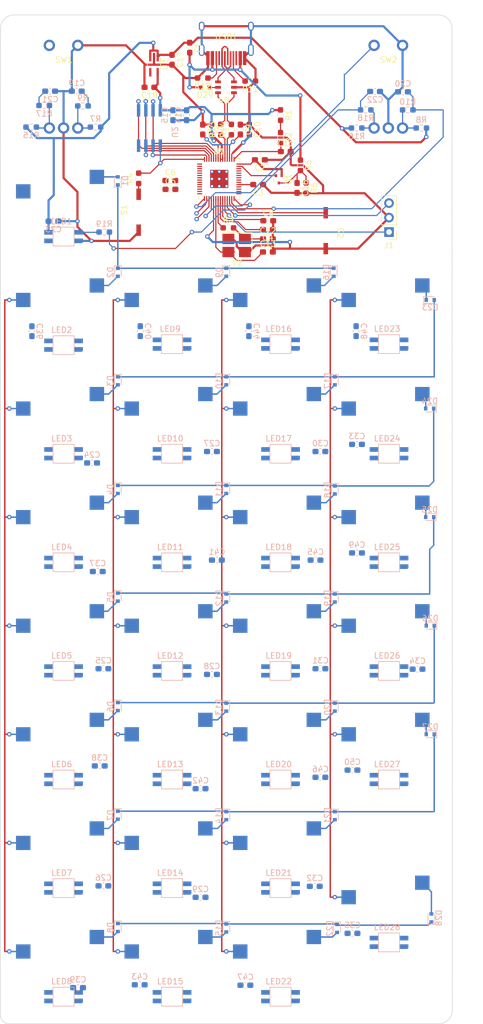
<source format=kicad_pcb>
(kicad_pcb (version 20211014) (generator pcbnew)
  (layers (0 "F.Cu" signal) (31 "B.Cu" signal) (34 "B.Paste" user) (35 "F.Paste" user) (36 "B.SilkS" user "B.Silkscreen") (37 "F.SilkS" user "F.Silkscreen") (38 "B.Mask" user) (39 "F.Mask" user) (44 "Edge.Cuts" user))
  (net 0 "")
  (net 1 "Earth")
  (net 2 "+3.3V")
  (net 3 "+1V1")
  (net 4 "Net-(C11-Pad1)")
  (net 5 "Net-(C12-Pad1)")
  (net 6 "Xin")
  (net 7 "Net-(C16-Pad1)")
  (net 8 "+5V")
  (net 9 "ENC1 B")
  (net 10 "ENC2 B")
  (net 11 "ENC2 A")
  (net 12 "Row 1")
  (net 13 "Net-(D1-Pad2)")
  (net 14 "Net-(D2-Pad2)")
  (net 15 "Row 2")
  (net 16 "Net-(D3-Pad2)")
  (net 17 "Row 3")
  (net 18 "Net-(D4-Pad2)")
  (net 19 "Row 4")
  (net 20 "Net-(D5-Pad2)")
  (net 21 "Row 5")
  (net 22 "Net-(D6-Pad2)")
  (net 23 "Row 6")
  (net 24 "Net-(D7-Pad2)")
  (net 25 "Row 7")
  (net 26 "Net-(D8-Pad2)")
  (net 27 "Net-(D9-Pad2)")
  (net 28 "Net-(D10-Pad2)")
  (net 29 "Net-(D11-Pad2)")
  (net 30 "Net-(D12-Pad2)")
  (net 31 "Net-(D13-Pad2)")
  (net 32 "Net-(D14-Pad2)")
  (net 33 "Net-(D15-Pad2)")
  (net 34 "Net-(D16-Pad2)")
  (net 35 "Net-(D17-Pad2)")
  (net 36 "Net-(D18-Pad2)")
  (net 37 "Net-(D19-Pad2)")
  (net 38 "Net-(D20-Pad2)")
  (net 39 "Net-(D21-Pad2)")
  (net 40 "Net-(D22-Pad2)")
  (net 41 "Net-(D24-Pad2)")
  (net 42 "Net-(D25-Pad2)")
  (net 43 "Net-(D26-Pad2)")
  (net 44 "Net-(D27-Pad2)")
  (net 45 "Net-(D28-Pad2)")
  (net 46 "SWCLK")
  (net 47 "SWDIO")
  (net 48 "Col 4")
  (net 49 "Col 1")
  (net 50 "Col 2")
  (net 51 "Col 3")
  (net 52 "GPIO29_ADC3")
  (net 53 "Net-(R1-Pad2)")
  (net 54 "Xout")
  (net 55 "QSPI_SS")
  (net 56 "Net-(R7-Pad2)")
  (net 57 "Net-(R10-Pad2)")
  (net 58 "Net-(R11-Pad2)")
  (net 59 "Net-(R12-Pad1)")
  (net 60 "USB_data+")
  (net 61 "Net-(D23-Pad1)")
  (net 62 "USB_data-")
  (net 63 "d2P")
  (net 64 "Net-(R15-Pad2)")
  (net 65 "Net-(R16-Pad2)")
  (net 66 "ENC1 A")
  (net 67 "ENC SW1")
  (net 68 "ENC SW2")
  (net 69 "RUN")
  (net 70 "Net-(LED1-Pad2)")
  (net 82 "QSPI_SD3")
  (net 83 "QSPI_SCLK")
  (net 84 "QSPI_SD0")
  (net 85 "QSPI_SD2")
  (net 86 "QSPI_SD1")
  (net 88 "VCC")
  (net 91 "Net-(LED1-Pad4)")
  (net 92 "Net-(LED2-Pad2)")
  (net 93 "Net-(LED3-Pad2)")
  (net 94 "Net-(LED10-Pad2)")
  (net 95 "Net-(LED11-Pad4)")
  (net 96 "Net-(LED5-Pad2)")
  (net 97 "Net-(LED12-Pad2)")
  (net 98 "Net-(LED13-Pad4)")
  (net 99 "Net-(LED7-Pad2)")
  (net 100 "Net-(LED14-Pad2)")
  (net 101 "Net-(LED15-Pad4)")
  (net 102 "Net-(LED16-Pad4)")
  (net 103 "Net-(LED10-Pad4)")
  (net 104 "Net-(LED11-Pad2)")
  (net 105 "Net-(LED12-Pad4)")
  (net 106 "Net-(LED13-Pad2)")
  (net 107 "Net-(LED14-Pad4)")
  (net 108 "Net-(LED15-Pad2)")
  (net 109 "Net-(LED16-Pad2)")
  (net 110 "Net-(LED17-Pad4)")
  (net 111 "Net-(LED18-Pad2)")
  (net 112 "Net-(LED19-Pad4)")
  (net 113 "Net-(LED20-Pad2)")
  (net 114 "Net-(LED21-Pad4)")
  (net 115 "Net-(LED23-Pad2)")
  (net 116 "Net-(LED25-Pad2)")
  (net 117 "Net-(LED27-Pad2)")
  (net 118 "LED DIN")
  (net 119 "Net-(R4-Pad1)")
  (net 120 "Net-(D29-Pad1)")
  (net 122 "d2N")
  (net 123 "dN")
  (net 124 "dP")
  (footprint "MX_Only:MXOnly-1U-Hotswap" (layer "F.Cu") (at 69.85 148.59)
    (fp_text reference "MX13")
    (fp_text value "MX-NoLED")
  )
  (footprint "MX_Only:MXOnly-2U-Hotswap-VerticalStabilizers" (layer "F.Cu") (at 107.9432 177.165)
    (fp_text reference "MX28")
    (fp_text value "MX-NoLED" hide)
  )
  (footprint "Connector_PinHeader_2.54mm:PinHeader_1x03_P2.54mm_Vertical" (layer "F.Cu") (at 107.9432 57.9401 180)
    (fp_text reference "J1")
    (fp_text value "Debug")
  )
  (footprint "Reset Switch:SK812 Mini-E" (layer "F.Cu") (at 87.2944 133.529)
    (fp_text reference "LED19")
    (fp_text value "SK812_Mini-E")
  )
  (footprint "MX_Only:MXOnly-1U-Hotswap" (layer "F.Cu") (at 88.9 110.49)
    (fp_text reference "MX18")
    (fp_text value "MX-NoLED")
  )
  (footprint "MX_Only:MXOnly-1U-Hotswap" (layer "F.Cu") (at 69.85 91.44)
    (fp_text reference "MX10")
    (fp_text value "MX-NoLED")
  )
  (footprint "MX_Only:MXOnly-1U-Hotswap" (layer "F.Cu") (at 69.85 110.49)
    (fp_text reference "MX11")
    (fp_text value "MX-NoLED")
  )
  (footprint "MX_Only:MXOnly-1U-Hotswap" (layer "F.Cu") (at 88.9 148.59)
    (fp_text reference "MX20")
    (fp_text value "MX-NoLED")
  )
  (footprint "Capacitor_SMD:C_0603_1608Metric_Pad1.08x0.95mm_HandSolder" (layer "F.Cu") (at 65.8771 32.5417 180)
    (fp_text reference "C18")
    (fp_text value "1uF")
  )
  (footprint "Reset Switch:PEC11R-4015F-S0024" (layer "F.Cu") (at 105.3243 25.185)
    (fp_text reference "SW2")
    (fp_text value "PEC11R-4015F-S0024")
  )
  (footprint "Resistor_SMD:R_0603_1608Metric_Pad0.98x0.95mm_HandSolder" (layer "F.Cu") (at 92.3861 46.2301 -90)
    (fp_text reference "R5")
    (fp_text value "200k")
  )
  (footprint "Reset Switch:SK812 Mini-E" (layer "F.Cu") (at 49.1968 114.4802)
    (fp_text reference "LED4")
    (fp_text value "SK812_Mini-E")
  )
  (footprint "Reset Switch:SK812 Mini-E" (layer "F.Cu") (at 49.1968 57.3338)
    (fp_text reference "LED1")
    (fp_text value "SK812_Mini-E")
  )
  (footprint "MX_Only:MXOnly-1U-Hotswap" (layer "F.Cu") (at 50.8 72.39)
    (fp_text reference "MX2")
    (fp_text value "MX-NoLED")
  )
  (footprint "MX_Only:MXOnly-1U-Hotswap" (layer "F.Cu") (at 50.8 167.64)
    (fp_text reference "MX7")
    (fp_text value "MX-NoLED")
  )
  (footprint "MX_Only:MXOnly-1U-Hotswap" (layer "F.Cu") (at 88.9 91.44)
    (fp_text reference "MX17")
    (fp_text value "MX-NoLED")
  )
  (footprint "Capacitor_SMD:C_0603_1608Metric_Pad1.08x0.95mm_HandSolder" (layer "F.Cu") (at 83.4136 39.9553 -90)
    (fp_text reference "C10")
    (fp_text value "2.2u")
  )
  (footprint "MX_Only:MXOnly-1U-Hotswap" (layer "F.Cu") (at 50.8 53.34)
    (fp_text reference "MX1")
    (fp_text value "MX-NoLED")
  )
  (footprint "Resistor_SMD:R_0603_1608Metric_Pad0.98x0.95mm_HandSolder" (layer "F.Cu") (at 78.3844 39.9561 90)
    (fp_text reference "R13")
    (fp_text value "27")
  )
  (footprint "MX_Only:MXOnly-1U-Hotswap" (layer "F.Cu") (at 69.85 72.39)
    (fp_text reference "MX9")
    (fp_text value "MX-NoLED")
  )
  (footprint "MX_Only:MXOnly-1U-Hotswap" (layer "F.Cu") (at 50.8 129.54)
    (fp_text reference "MX5")
    (fp_text value "MX-NoLED")
  )
  (footprint "Reset Switch:SK812 Mini-E" (layer "F.Cu") (at 87.2944 114.4802)
    (fp_text reference "LED18")
    (fp_text value "SK812_Mini-E")
  )
  (footprint "Resistor_SMD:R_0603_1608Metric_Pad0.98x0.95mm_HandSolder" (layer "F.Cu") (at 80.264 39.9561 90)
    (fp_text reference "R14")
    (fp_text value "27")
  )
  (footprint "Capacitor_SMD:C_0603_1608Metric_Pad1.08x0.95mm_HandSolder" (layer "F.Cu") (at 91.8021 50.1933 -90)
    (fp_text reference "C16")
    (fp_text value "1n")
  )
  (footprint "Capacitor_SMD:C_0603_1608Metric_Pad1.08x0.95mm_HandSolder" (layer "F.Cu") (at 85.2667 45.2628 180)
    (fp_text reference "C2")
    (fp_text value "100n")
  )
  (footprint "Reset Switch:SK812 Mini-E" (layer "F.Cu") (at 49.1968 133.529)
    (fp_text reference "LED5")
    (fp_text value "SK812_Mini-E")
  )
  (footprint "Type-C:HRO-TYPE-C-31-M-12-HandSoldering" (layer "F.Cu") (at 79.37 19.226 180)
    (fp_text reference "USB1")
    (fp_text value "HRO-TYPE-C-31-M-12")
  )
  (footprint "Reset Switch:SK812 Mini-E" (layer "F.Cu") (at 106.3432 76.2)
    (fp_text reference "LED23")
    (fp_text value "SK812_Mini-E")
  )
  (footprint "Reset Switch:SK812 Mini-E" (layer "F.Cu") (at 49.1968 171.6266)
    (fp_text reference "LED7")
    (fp_text value "SK812_Mini-E")
  )
  (footprint "Reset Switch:SK812 Mini-E" (layer "F.Cu") (at 87.2944 171.6266)
    (fp_text reference "LED21")
    (fp_text value "SK812_Mini-E")
  )
  (footprint "RP2040_minimal:RP2040-QFN-56" (layer "F.Cu") (at 78.1338 48.6156)
    (fp_text reference "U1")
    (fp_text value "RP2040")
  )
  (footprint "Reset Switch:SK812 Mini-E" (layer "F.Cu") (at 106.3432 114.4802)
    (fp_text reference "LED25")
    (fp_text value "SK812_Mini-E")
  )
  (footprint "MX_Only:MXOnly-1U-Hotswap" (layer "F.Cu") (at 88.9 72.39)
    (fp_text reference "MX16")
    (fp_text value "MX-NoLED")
  )
  (footprint "Resistor_SMD:R_0603_1608Metric_Pad0.98x0.95mm_HandSolder" (layer "F.Cu") (at 93.3704 50.2177 -90)
    (fp_text reference "R6")
    (fp_text value "100k")
  )
  (footprint "Reset Switch:SK812 Mini-E" (layer "F.Cu") (at 68.2456 76.2)
    (fp_text reference "LED9")
    (fp_text value "SK812_Mini-E")
  )
  (footprint "Diode_SMD:D_SOD-523" (layer "F.Cu") (at 75.6452 32.5854 180)
    (fp_text reference "D29")
    (fp_text value "1N4148")
  )
  (footprint "Capacitor_SMD:C_0603_1608Metric_Pad1.08x0.95mm_HandSolder" (layer "F.Cu") (at 69.5624 50.4411)
    (fp_text reference "C5")
    (fp_text value "100n")
  )
  (footprint "MX_Only:MXOnly-1U-Hotswap" (layer "F.Cu") (at 69.85 129.54)
    (fp_text reference "MX12")
    (fp_text value "MX-NoLED")
  )
  (footprint "Capacitor_SMD:C_0603_1608Metric_Pad1.08x0.95mm_HandSolder" (layer "F.Cu") (at 69.8456 27.7107 -90)
    (fp_text reference "C17")
    (fp_text value "1uF")
  )
  (footprint "Capacitor_SMD:C_0603_1608Metric_Pad1.08x0.95mm_HandSolder" (layer "F.Cu") (at 76.7842 39.9553 -90)
    (fp_text reference "C1")
    (fp_text value "100n")
  )
  (footprint "Resistor_SMD:R_0603_1608Metric_Pad0.98x0.95mm_HandSolder" (layer "F.Cu") (at 79.7325 57.2008)
    (fp_text reference "R3")
    (fp_text value "1k")
  )
  (footprint "Capacitor_SMD:C_0603_1608Metric_Pad1.08x0.95mm_HandSolder" (layer "F.Cu") (at 86.7399 55.9562 180)
    (fp_text reference "C8")
    (fp_text value "100n")
  )
  (footprint "Crystal:Crystal_SMD_3225-4Pin_3.2x2.5mm_HandSoldering" (layer "F.Cu") (at 81.1899 60.2951 180)
    (fp_text reference "Y2")
    (fp_text value "12 MHz")
  )
  (footprint "Capacitor_SMD:C_0603_1608Metric_Pad1.08x0.95mm_HandSolder" (layer "F.Cu") (at 81.8388 39.9553 -90)
    (fp_text reference "C9")
    (fp_text value "2.2u")
  )
  (footprint "Capacitor_SMD:C_0603_1608Metric_Pad1.08x0.95mm_HandSolder" (layer "F.Cu") (at 69.5463 48.895)
    (fp_text reference "C6")
    (fp_text value "100n")
  )
  (footprint "MX_Only:MXOnly-1U-Hotswap" (layer "F.Cu") (at 69.85 167.64)
    (fp_text reference "MX14")
    (fp_text value "MX-NoLED")
  )
  (footprint "MX_Only:MXOnly-1U-Hotswap" (layer "F.Cu") (at 88.9 186.69)
    (fp_text reference "MX22")
    (fp_text value "MX-NoLED")
  )
  (footprint "MX_Only:MXOnly-1U-Hotswap" (layer "F.Cu") (at 50.8 91.44)
    (fp_text reference "MX3")
    (fp_text value "MX-NoLED")
  )
  (footprint "Fuse:Fuse_0603_1608Metric_Pad1.05x0.95mm_HandSolder" (layer "F.Cu") (at 72.9488 25.5918 -90)
    (fp_text reference "F1")
    (fp_text value "500mA?")
  )
  (footprint "MX_Only:MXOnly-1U-Hotswap" (layer "F.Cu") (at 88.9 129.54)
    (fp_text reference "MX19")
    (fp_text value "MX-NoLED")
  )
  (footprint "Reset Switch:SK812 Mini-E" (layer "F.Cu") (at 106.3432 95.4314)
    (fp_text reference "LED24")
    (fp_text value "SK812_Mini-E")
  )
  (footprint "Capacitor_SMD:C_0603_1608Metric_Pad1.08x0.95mm_HandSolder" (layer "F.Cu") (at 75.2348 39.9553 -90)
    (fp_text reference "C7")
    (fp_text value "100n")
  )
  (footprint "MX_Only:MXOnly-1U-Hotswap" (layer "F.Cu") (at 107.95 129.54)
    (fp_text reference "MX26")
    (fp_text value "MX-NoLED")
  )
  (footprint "MX_Only:MXOnly-1U-Hotswap" (layer "F.Cu") (at 69.85 186.69)
    (fp_text reference "MX15")
    (fp_text value "MX-NoLED")
  )
  (footprint "Reset Switch:PEC11R-4015F-S0024" (layer "F.Cu") (at 48.2968 25.185)
    (fp_text reference "SW1")
    (fp_text value "PEC11R-4015F-S0024")
  )
  (footprint "Package_TO_SOT_SMD:SOT-353_SC-70-5_Handsoldering" (layer "F.Cu") (at 66.6708 28.5732 -90)
    (fp_text reference "U3")
    (fp_text value "MIC5365-3.3YC5-TR")
  )
  (footprint "Reset Switch:SK812 Mini-E" (layer "F.Cu") (at 106.3432 152.5778)
    (fp_text reference "LED27")
    (fp_text value "SK812_Mini-E")
  )
  (footprint "Resistor_SMD:R_0603_1608Metric_Pad0.98x0.95mm_HandSolder" (layer "F.Cu") (at 75.2367 30.9118 180)
    (fp_text reference "R12")
    (fp_text value "5.1k")
  )
  (footprint "Capacitor_SMD:C_0603_1608Metric_Pad1.08x0.95mm_HandSolder" (layer "F.Cu") (at 86.6659 57.5056 180)
    (fp_text reference "C4")
    (fp_text value "100n")
  )
  (footprint "MX_Only:MXOnly-1U-Hotswap" (layer "F.Cu") (at 107.95 72.39)
    (fp_text reference "MX23")
    (fp_text value "MX-NoLED")
  )
  (footprint "MX_Only:MXOnly-1U-Hotswap" (layer "F.Cu") (at 50.8 186.69)
    (fp_text reference "MX8")
    (fp_text value "MX-NoLED")
  )
  (footprint "MX_Only:MXOnly-1U-Hotswap" (layer "F.Cu") (at 88.9 167.64)
    (fp_text reference "MX21")
    (fp_text value "MX-NoLED")
  )
  (footprint "MX_Only:MXOnly-1U-Hotswap" (layer "F.Cu") (at 107.95 148.59)
    (fp_text reference "MX27")
    (fp_text value "MX-NoLED")
  )
  (footprint "Reset Switch:SK812 Mini-E" (layer "F.Cu") (at 49.1968 95.4314)
    (fp_text reference "LED3")
    (fp_text value "SK812_Mini-E")
  )
  (footprint "MX_Only:MXOnly-1U-Hotswap" (layer "F.Cu") (at 107.95 110.49)
    (fp_text reference "MX25")
    (fp_text value "MX-NoLED")
  )
  (footprint "Reset Switch:SK812 Mini-E" (layer "F.Cu") (at 49.1968 76.3826)
    (fp_text reference "LED2")
    (fp_text value "SK812_Mini-E")
  )
  (footprint "Reset Switch:SK812 Mini-E" (layer "F.Cu") (at 68.2456 114.4802)
    (fp_text reference "LED11")
    (fp_text value "SK812_Mini-E")
  )
  (footprint "Capacitor_SMD:C_0603_1608Metric_Pad1.08x0.95mm_HandSolder" (layer "F.Cu") (at 86.6752 61.4311)
    (fp_text reference "C13")
    (fp_text value "15p")
  )
  (footprint "Resistor_SMD:R_0603_1608Metric_Pad0.98x0.95mm_HandSolder" (layer "F.Cu") (at 88.8944 41.3912 -90)
    (fp_text reference "R2")
    (fp_text value "1R")
  )
  (footprint "Package_TO_SOT_SMD:SOT-523" (layer "F.Cu") (at 88.5952 48.6818 -90)
    (fp_text reference "Q1")
    (fp_text value "DMG1012T")
  )
  (footprint "MX_Only:MXOnly-1U-Hotswap" (layer "F.Cu") (at 50.8 148.59)
    (fp_text reference "MX6")
    (fp_text value "MX-NoLED")
  )
  (footprint "Resistor_SMD:R_0603_1608Metric_Pad0.98x0.95mm_HandSolder" (layer "F.Cu") (at 83.5895 31.4452 180)
    (fp_text reference "R11")
    (fp_text value "5.1k")
  )
  (footprint "Reset Switch:SK812 Mini-E" (layer "F.Cu") (at 68.2456 152.5778)
    (fp_text reference "LED13")
    (fp_text value "SK812_Mini-E")
  )
  (footprint "Resistor_SMD:R_0603_1608Metric_Pad0.98x0.95mm_HandSolder" (layer "F.Cu") (at 88.8944 37.4227 -90)
    (fp_text reference "R1")
    (fp_text value "200R")
  )
  (footprint "Reset Switch:Reset Switch" (layer "F.Cu") (at 63.9826 56.6076 90)
    (fp_text reference "S1")
    (fp_text value "Reset_Switch")
  )
  (footprint "Reset Switch:SK812 Mini-E" (layer "F.Cu") (at 106.3432 133.529)
    (fp_text reference "LED26")
    (fp_text value "SK812_Mini-E")
  )
  (footprint "Reset Switch:SOT-457" (layer "F.Cu") (at 80.22 33.4917 180)
    (fp_text reference "U4")
    (fp_text value "IP4234CZ6")
  )
  (footprint "MX_Only:MXOnly-1U-Hotswap" (layer "F.Cu") (at 50.8 110.49)
    (fp_text reference "MX4")
    (fp_text value "MX-NoLED")
  )
  (footprint "Reset Switch:SK812 Mini-E" (layer "F.Cu") (at 68.2456 95.4314)
    (fp_text reference "LED10")
    (fp_text value "SK812_Mini-E")
  )
  (footprint "Reset Switch:SK812 Mini-E" (layer "F.Cu") (at 49.1968 190.6754)
    (fp_text reference "LED8")
    (fp_text value "SK812_Mini-E")
  )
  (footprint "Reset Switch:SK812 Mini-E" (layer "F.Cu") (at 49.1968 152.5778)
    (fp_text reference "LED6")
    (fp_text value "SK812_Mini-E")
  )
  (footprint "Reset Switch:SK812 Mini-E" (layer "F.Cu") (at 87.2944 190.6754)
    (fp_text reference "LED22")
    (fp_text value "SK812_Mini-E")
  )
  (footprint "Resistor_SMD:R_0603_1608Metric_Pad0.98x0.95mm_HandSolder" (layer "F.Cu") (at 63.9826 48.5121 90)
    (fp_text reference "R4")
    (fp_text value "1k")
  )
  (footprint "Reset Switch:SK812 Mini-E" (layer "F.Cu") (at 68.2456 190.6754)
    (fp_text reference "LED15")
    (fp_text value "SK812_Mini-E")
  )
  (footprint "Reset Switch:Reset Switch" (layer "F.Cu") (at 96.8314 55.5464 -90)
    (fp_text reference "S2")
    (fp_text value "Reset_Switch")
  )
  (footprint "Reset Switch:SK812 Mini-E" (layer "F.Cu") (at 87.2944 95.4314)
    (fp_text reference "LED17")
    (fp_text value "SK812_Mini-E")
  )
  (footprint "Reset Switch:SK812 Mini-E" (layer "F.Cu") (at 106.3432 181.151)
    (fp_text reference "LED28")
    (fp_text value "SK812_Mini-E")
  )
  (footprint "Reset Switch:SK812 Mini-E" (layer "F.Cu") (at 68.2456 171.6266)
    (fp_text reference "LED14")
    (fp_text value "SK812_Mini-E")
  )
  (footprint "MX_Only:MXOnly-1U-Hotswap" (layer "F.Cu") (at 107.95 91.44)
    (fp_text reference "MX24")
    (fp_text value "MX-NoLED")
  )
  (footprint "Reset Switch:SK812 Mini-E" (layer "F.Cu") (at 87.2944 76.2)
    (fp_text reference "LED16")
    (fp_text value "SK812_Mini-E")
  )
  (footprint "Reset Switch:SK812 Mini-E" (layer "F.Cu") (at 68.2456 133.529)
    (fp_text reference "LED12")
    (fp_text value "SK812_Mini-E")
  )
  (footprint "Capacitor_SMD:C_0603_1608Metric_Pad1.08x0.95mm_HandSolder" (layer "F.Cu") (at 86.673 59.1451)
    (fp_text reference "C12")
    (fp_text value "15p")
  )
  (footprint "Capacitor_SMD:C_0603_1608Metric_Pad1.08x0.95mm_HandSolder" (layer "F.Cu") (at 89.8155 43.815)
    (fp_text reference "C11")
    (fp_text value "2.2u")
  )
  (footprint "Reset Switch:SK812 Mini-E" (layer "F.Cu") (at 87.2944 152.5778)
    (fp_text reference "LED20")
    (fp_text value "SK812_Mini-E")
  )
  (footprint "Capacitor_SMD:C_0603_1608Metric_Pad1.08x0.95mm_HandSolder" (layer "F.Cu") (at 84.9619 49.6062 180)
    (fp_text reference "C3")
    (fp_text value "100n")
  )
  (footprint "Diode_SMD:D_SOD-523" (layer "B.Cu") (at 115.0865 107.9432 180)
    (fp_text reference "D25")
    (fp_text value "D_Small")
  )
  (footprint "Capacitor_SMD:C_0603_1608Metric_Pad1.08x0.95mm_HandSolder" (layer "B.Cu") (at 57.8 134.54 180)
    (fp_text reference "C25")
    (fp_text value "100nF")
  )
  (footprint "Capacitor_SMD:C_0603_1608Metric_Pad1.08x0.95mm_HandSolder" (layer "B.Cu") (at 45.2409 75.3327 90)
    (fp_text reference "C36")
    (fp_text value "100nF")
  )
  (footprint "Diode_SMD:D_SOD-523" (layer "B.Cu") (at 60.3212 84.0385 -90)
    (fp_text reference "D3")
    (fp_text value "D_Small")
  )
  (footprint "Capacitor_SMD:C_0603_1608Metric_Pad1.08x0.95mm_HandSolder" (layer "B.Cu") (at 56.8 117.49 180)
    (fp_text reference "C37")
    (fp_text value "100nF")
  )
  (footprint "Resistor_SMD:R_0603_1608Metric_Pad0.98x0.95mm_HandSolder" (layer "B.Cu") (at 103.8559 36.5102)
    (fp_text reference "R18")
    (fp_text value "5.1k")
  )
  (footprint "Diode_SMD:D_SOD-523" (layer "B.Cu") (at 115.3875 178.2636 90)
    (fp_text reference "D28")
    (fp_text value "D_Small")
  )
  (footprint "Capacitor_SMD:C_0603_1608Metric_Pad1.08x0.95mm_HandSolder" (layer "B.Cu") (at 105.4933 33.2717)
    (fp_text reference "C22")
    (fp_text value "0.01uF")
  )
  (footprint "Capacitor_SMD:C_0603_1608Metric_Pad1.08x0.95mm_HandSolder" (layer "B.Cu") (at 95.0375 115.49 180)
    (fp_text reference "C45")
    (fp_text value "100nF")
  )
  (footprint "Capacitor_SMD:C_0603_1608Metric_Pad1.08x0.95mm_HandSolder" (layer "B.Cu") (at 57.1464 151.5967 180)
    (fp_text reference "C38")
    (fp_text value "100nF")
  )
  (footprint "Capacitor_SMD:C_0603_1608Metric_Pad1.08x0.95mm_HandSolder" (layer "B.Cu") (at 55.8 98.44 180)
    (fp_text reference "C24")
    (fp_text value "100nF")
  )
  (footprint "Capacitor_SMD:C_0603_1608Metric_Pad1.08x0.95mm_HandSolder" (layer "B.Cu") (at 74.85 155.59 180)
    (fp_text reference "C42")
    (fp_text value "100nF")
  )
  (footprint "Diode_SMD:D_SOD-523" (layer "B.Cu") (at 98.2251 64.9897 -90)
    (fp_text reference "D16")
    (fp_text value "D_Small")
  )
  (footprint "Resistor_SMD:R_0603_1608Metric_Pad0.98x0.95mm_HandSolder" (layer "B.Cu") (at 111.2368 36.5102 180)
    (fp_text reference "R10")
    (fp_text value "5.1k")
  )
  (footprint "Diode_SMD:D_SOD-523" (layer "B.Cu") (at 79.37 103.0873 -90)
    (fp_text reference "D11")
    (fp_text value "D_Small")
  )
  (footprint "Capacitor_SMD:C_0603_1608Metric_Pad1.08x0.95mm_HandSolder" (layer "B.Cu") (at 64.1615 189.992 180)
    (fp_text reference "C43")
    (fp_text value "100nF")
  )
  (footprint "Capacitor_SMD:C_0603_1608Metric_Pad1.08x0.95mm_HandSolder" (layer "B.Cu") (at 74.85 174.64 180)
    (fp_text reference "C29")
    (fp_text value "100nF")
  )
  (footprint "Capacitor_SMD:C_0603_1608Metric_Pad1.08x0.95mm_HandSolder" (layer "B.Cu") (at 77.7125 115.49 180)
    (fp_text reference "C41")
    (fp_text value "100nF")
  )
  (footprint "Resistor_SMD:R_0603_1608Metric_Pad0.98x0.95mm_HandSolder" (layer "B.Cu") (at 47.3983 35.7378)
    (fp_text reference "R17")
    (fp_text value "5.1k")
  )
  (footprint "Diode_SMD:D_SOD-523" (layer "B.Cu") (at 98.4188 84.0385 -90)
    (fp_text reference "D17")
    (fp_text value "D_Small")
  )
  (footprint "Reset Switch:SOIC 150-mil" (layer "B.Cu") (at 67.7821 41.685 90)
    (fp_text reference "U2")
    (fp_text value "W25Q16JVSNIQ")
  )
  (footprint "Diode_SMD:D_SOD-523" (layer "B.Cu") (at 98.4188 141.2786 -90)
    (fp_text reference "D20")
    (fp_text value "D_Small")
  )
  (footprint "Capacitor_SMD:C_0603_1608Metric_Pad1.08x0.95mm_HandSolder" (layer "B.Cu") (at 95.9 96.44 180)
    (fp_text reference "C30")
    (fp_text value "100nF")
  )
  (footprint "Diode_SMD:D_SOD-523" (layer "B.Cu") (at 98.4188 160.3274 -90)
    (fp_text reference "D21")
    (fp_text value "D_Small")
  )
  (footprint "Diode_SMD:D_SOD-523" (layer "B.Cu") (at 115.1802 146.0408 180)
    (fp_text reference "D27")
    (fp_text value "D_Small")
  )
  (footprint "Capacitor_SMD:C_0603_1608Metric_Pad1.08x0.95mm_HandSolder" (layer "B.Cu") (at 72.4016 37.4407 -90)
    (fp_text reference "C14")
    (fp_text value "2.2u")
  )
  (footprint "Diode_SMD:D_SOD-523" (layer "B.Cu") (at 60.3212 179.9449 -90)
    (fp_text reference "D8")
    (fp_text value "D_Small")
  )
  (footprint "Capacitor_SMD:C_0603_1608Metric_Pad1.08x0.95mm_HandSolder" (layer "B.Cu") (at 110.3931 33.3354 180)
    (fp_text reference "C20")
    (fp_text value "0.01uF")
  )
  (footprint "Capacitor_SMD:C_0603_1608Metric_Pad1.08x0.95mm_HandSolder" (layer "B.Cu") (at 95.9 153.59 180)
    (fp_text reference "C46")
    (fp_text value "100nF")
  )
  (footprint "Diode_SMD:D_SOD-523" (layer "B.Cu") (at 98.4188 122.1361 -90)
    (fp_text reference "D19")
    (fp_text value "D_Small")
  )
  (footprint "Resistor_SMD:R_0603_1608Metric_Pad0.98x0.95mm_HandSolder" (layer "B.Cu") (at 57.9401 57.9401 180)
    (fp_text reference "R19")
    (fp_text value "330")
  )
  (footprint "Capacitor_SMD:C_0603_1608Metric_Pad1.08x0.95mm_HandSolder" (layer "B.Cu") (at 102.3185 114.2302 180)
    (fp_text reference "C49")
    (fp_text value "100nF")
  )
  (footprint "Diode_SMD:D_SOD-523" (layer "B.Cu") (at 79.37 64.9897 -90)
    (fp_text reference "D9")
    (fp_text value "D_Small")
  )
  (footprint "Diode_SMD:D_SOD-523" (layer "B.Cu") (at 60.32 48.96 90)
    (fp_text reference "D1")
    (fp_text value "D_Small")
  )
  (footprint "Capacitor_SMD:C_0603_1608Metric_Pad1.08x0.95mm_HandSolder" (layer "B.Cu") (at 70.0024 37.4407 -90)
    (fp_text reference "C15")
    (fp_text value "100n")
  )
  (footprint "Capacitor_SMD:C_0603_1608Metric_Pad1.08x0.95mm_HandSolder" (layer "B.Cu") (at 83.3385 75.3327 90)
    (fp_text reference "C44")
    (fp_text value "100nF")
  )
  (footprint "Resistor_SMD:R_0603_1608Metric_Pad0.98x0.95mm_HandSolder" (layer "B.Cu") (at 45.1123 39.5224)
    (fp_text reference "R15")
    (fp_text value "5.1k")
  )
  (footprint "Capacitor_SMD:C_0603_1608Metric_Pad1.08x0.95mm_HandSolder" (layer "B.Cu") (at 101.5248 180.9636 180)
    (fp_text reference "C35")
    (fp_text value "100nF")
  )
  (footprint "Capacitor_SMD:C_0603_1608Metric_Pad1.08x0.95mm_HandSolder" (layer "B.Cu") (at 76.85 96.44 180)
    (fp_text reference "C27")
    (fp_text value "100nF")
  )
  (footprint "Diode_SMD:D_SOD-523" (layer "B.Cu") (at 79.37 122.1361 -90)
    (fp_text reference "D12")
    (fp_text value "D_Small")
  )
  (footprint "Capacitor_SMD:C_0603_1608Metric_Pad1.08x0.95mm_HandSolder" (layer "B.Cu") (at 48.4389 33.2232)
    (fp_text reference "C21")
    (fp_text value "0.01uF")
  )
  (footprint "Diode_SMD:D_SOD-523" (layer "B.Cu") (at 98.4188 103.181 -90)
    (fp_text reference "D18")
    (fp_text value "D_Small")
  )
  (footprint "Diode_SMD:D_SOD-523" (layer "B.Cu") (at 115.1802 69.8456)
    (fp_text reference "D23")
    (fp_text value "D_Small")
  )
  (footprint "Capacitor_SMD:C_0603_1608Metric_Pad1.08x0.95mm_HandSolder" (layer "B.Cu") (at 53.34 190.5 180)
    (fp_text reference "C39")
    (fp_text value "100nF")
  )
  (footprint "Diode_SMD:D_SOD-523" (layer "B.Cu") (at 60.3212 103.0873 -90)
    (fp_text reference "D4")
    (fp_text value "D_Small")
  )
  (footprint "Diode_SMD:D_SOD-523" (layer "B.Cu") (at 79.37 160.3274 -90)
    (fp_text reference "D14")
    (fp_text value "D_Small")
  )
  (footprint "Capacitor_SMD:C_0603_1608Metric_Pad1.08x0.95mm_HandSolder" (layer "B.Cu") (at 94.9 172.72 180)
    (fp_text reference "C32")
    (fp_text value "100nF")
  )
  (footprint "Capacitor_SMD:C_0603_1608Metric_Pad1.08x0.95mm_HandSolder" (layer "B.Cu") (at 76.85 135.54 180)
    (fp_text reference "C28")
    (fp_text value "100nF")
  )
  (footprint "Resistor_SMD:R_0603_1608Metric_Pad0.98x0.95mm_HandSolder" (layer "B.Cu") (at 102.2685 39.685)
    (fp_text reference "R16")
    (fp_text value "5.1k")
  )
  (footprint "Resistor_SMD:R_0603_1608Metric_Pad0.98x0.95mm_HandSolder" (layer "B.Cu") (at 54.2017 35.814 180)
    (fp_text reference "R9")
    (fp_text value "5.1k")
  )
  (footprint "Capacitor_SMD:C_0603_1608Metric_Pad1.08x0.95mm_HandSolder" (layer "B.Cu") (at 49.0231 56.0324)
    (fp_text reference "C23")
    (fp_text value "100nF")
  )
  (footprint "Diode_SMD:D_SOD-523" (layer "B.Cu") (at 60.3212 160.2337 -90)
    (fp_text reference "D7")
    (fp_text value "D_Small")
  )
  (footprint "Capacitor_SMD:C_0603_1608Metric_Pad1.08x0.95mm_HandSolder" (layer "B.Cu") (at 57.8 172.64 180)
    (fp_text reference "C26")
    (fp_text value "100nF")
  )
  (footprint "Capacitor_SMD:C_0603_1608Metric_Pad1.08x0.95mm_HandSolder" (layer "B.Cu") (at 102.1673 75.3265 90)
    (fp_text reference "C48")
    (fp_text value "100nF")
  )
  (footprint "Capacitor_SMD:C_0603_1608Metric_Pad1.08x0.95mm_HandSolder" (layer "B.Cu") (at 102.3185 95.1814 180)
    (fp_text reference "C33")
    (fp_text value "100nF")
  )
  (footprint "Capacitor_SMD:C_0603_1608Metric_Pad1.08x0.95mm_HandSolder" (layer "B.Cu") (at 64.262 75.324033 90)
    (fp_text reference "C40")
    (fp_text value "100nF")
  )
  (footprint "Resistor_SMD:R_0603_1608Metric_Pad0.98x0.95mm_HandSolder" (layer "B.Cu") (at 113.6179 39.685 180)
    (fp_text reference "R8")
    (fp_text value "5.1k")
  )
  (footprint "Diode_SMD:D_SOD-523" (layer "B.Cu") (at 79.37 84.0385 -90)
    (fp_text reference "D10")
    (fp_text value "D_Small")
  )
  (footprint "Diode_SMD:D_SOD-523" (layer "B.Cu") (at 115.1802 126.992 180)
    (fp_text reference "D26")
    (fp_text value "D_Small")
  )
  (footprint "Capacitor_SMD:C_0603_1608Metric_Pad1.08x0.95mm_HandSolder" (layer "B.Cu") (at 95.9 134.54 180)
    (fp_text reference "C31")
    (fp_text value "100nF")
  )
  (footprint "Capacitor_SMD:C_0603_1608Metric_Pad1.08x0.95mm_HandSolder" (layer "B.Cu") (at 82.7267 190.0682 180)
    (fp_text reference "C47")
    (fp_text value "100nF")
  )
  (footprint "Diode_SMD:D_SOD-523" (layer "B.Cu") (at 98.8251 180.1012 -90)
    (fp_text reference "D22")
    (fp_text value "D_Small")
  )
  (footprint "Capacitor_SMD:C_0603_1608Metric_Pad1.08x0.95mm_HandSolder" (layer "B.Cu") (at 101.5248 152.3278 180)
    (fp_text reference "C50")
    (fp_text value "100nF")
  )
  (footprint "Diode_SMD:D_SOD-523" (layer "B.Cu") (at 60.3212 64.9897 -90)
    (fp_text reference "D2")
    (fp_text value "D_Small")
  )
  (footprint "Diode_SMD:D_SOD-523" (layer "B.Cu") (at 79.37 180.0199 -90)
    (fp_text reference "D15")
    (fp_text value "D_Small")
  )
  (footprint "Capacitor_SMD:C_0603_1608Metric_Pad1.08x0.95mm_HandSolder" (layer "B.Cu") (at 112.95 134.62 180)
    (fp_text reference "C34")
    (fp_text value "100nF")
  )
  (footprint "Diode_SMD:D_SOD-523" (layer "B.Cu") (at 60.3212 121.9798 -90)
    (fp_text reference "D5")
    (fp_text value "D_Small")
  )
  (footprint "Diode_SMD:D_SOD-523" (layer "B.Cu") (at 115.0865 88.8944 180)
    (fp_text reference "D24")
    (fp_text value "D_Small")
  )
  (footprint "Diode_SMD:D_SOD-523" (layer "B.Cu") (at 60.3212 141.1849 -90)
    (fp_text reference "D6")
    (fp_text value "D_Small")
  )
  (footprint "Capacitor_SMD:C_0603_1608Metric_Pad1.08x0.95mm_HandSolder" (layer "B.Cu") (at 53.1103 33.2232 180)
    (fp_text reference "C19")
    (fp_text value "0.01uF")
  )
  (footprint "Diode_SMD:D_SOD-523" (layer "B.Cu") (at 79.37 141.2786 -90)
    (fp_text reference "D13")
    (fp_text value "D_Small")
  )
  (footprint "Resistor_SMD:R_0603_1608Metric_Pad0.98x0.95mm_HandSolder" (layer "B.Cu") (at 56.4115 39.5224 180)
    (fp_text reference "R7")
    (fp_text value "5.1k")
  )
  (gr_arc (start 119.055 194.4565) (mid 118.357592 196.140192) (end 116.6739 196.8376) (layer "Edge.Cuts") (width 0.1))
  (gr_arc (start 116.625754 19.8425) (mid 118.309446 20.539908) (end 119.006854 22.2236) (layer "Edge.Cuts") (width 0.1))
  (gr_arc (start 39.733146 22.2236) (mid 40.430554 20.539908) (end 42.114246 19.8425) (layer "Edge.Cuts") (width 0.1))
  (gr_line (start 42.114246 19.8425) (end 116.625754 19.8425) (layer "Edge.Cuts") (width 0.1))
  (gr_line (start 119.006854 22.2236) (end 119.055 194.4565) (layer "Edge.Cuts") (width 0.1))
  (gr_line (start 39.685 195.2502) (end 39.733146 22.2236) (layer "Edge.Cuts") (width 0.1))
  (gr_arc (start 41.2724 196.8376) (mid 40.149939 196.372661) (end 39.685 195.2502) (layer "Edge.Cuts") (width 0.1))
  (gr_line (start 116.6739 196.8376) (end 41.2724 196.8376) (layer "Edge.Cuts") (width 0.1))
  (segment (start 87.6024 57.4316) (end 87.5284 57.5056) (width 0.381) (layer "F.Cu") (net 1))
  (segment (start 103.6733 51.1302) (end 107.9432 55.4001) (width 0.381) (layer "F.Cu") (net 1))
  (segment (start 76.145 27.421) (end 76.145 29.091) (width 0.381) (layer "F.Cu") (net 1))
  (segment (start 87.5355 59.1451) (end 87.5355 57.5127) (width 0.381) (layer "F.Cu") (net 1))
  (segment (start 87.5355 59.1451) (end 87.5355 60.2859) (width 0.381) (layer "F.Cu") (net 1))
  (segment (start 83.3581 61.4451) (end 84.5151 60.2881) (width 0.381) (layer "F.Cu") (net 1))
  (segment (start 82.6399 61.4451) (end 82.2089 61.4451) (width 0.381) (layer "F.Cu") (net 1))
  (segment (start 90.7034 42.1132) (end 90.7034 43.7896) (width 0.381) (layer "F.Cu") (net 1))
  (segment (start 53.234401 50.898684) (end 53.234401 56.028401) (width 0.381) (layer "F.Cu") (net 1))
  (segment (start 66.6708 27.2432) (end 66.6708 28.3742) (width 0.381) (layer "F.Cu") (net 1))
  (segment (start 84.502 31.4452) (end 84.502 29.328) (width 0.381) (layer "F.Cu") (net 1))
  (segment (start 81.1994 60.4356) (end 81.1994 59.8361) (width 0.381) (layer "F.Cu") (net 1))
  (segment (start 76.145 29.091) (end 74.3242 30.9118) (width 0.381) (layer "F.Cu") (net 1))
  (segment (start 64.9986 32.5257) (end 64.9986 28.7274) (width 0.381) (layer "F.Cu") (net 1))
  (segment (start 84.502 29.328) (end 82.595 27.421) (width 0.381) (layer "F.Cu") (net 1))
  (segment (start 76.145 27.421) (end 76.145 27.101) (width 0.381) (layer "F.Cu") (net 1))
  (segment (start 50.7968 48.461083) (end 53.234401 50.898684) (width 0.381) (layer "F.Cu") (net 1))
  (segment (start 87.6024 55.9562) (end 87.6024 57.4316) (width 0.381) (layer "F.Cu") (net 1))
  (segment (start 76.7842 39.0928) (end 75.2348 39.0928) (width 0.381) (layer "F.Cu") (net 1))
  (segment (start 63.9826 57.9374) (end 63.9826 57.6076) (width 0.381) (layer "F.Cu") (net 1))
  (segment (start 87.5672 60.8464) (end 87.5377 60.8169) (width 0.381) (layer "F.Cu") (net 1))
  (segment (start 83.4136 32.5498) (end 83.4055 32.5417) (width 0.381) (layer "F.Cu") (net 1))
  (segment (start 102.4969 60.8464) (end 107.9432 55.4001) (width 0.381) (layer "F.Cu") (net 1))
  (segment (start 84.502 31.4452) (end 83.4055 32.5417) (width 0.381) (layer "F.Cu") (net 1))
  (segment (start 82.595 27.101) (end 83.69 26.006) (width 0.381) (layer "F.Cu") (net 1))
  (segment (start 83.4136 39.0928) (end 85.6775 41.3567) (width 0.381) (layer "F.Cu") (net 1))
  (segment (start 65.1528 28.5732) (end 66.8698 28.5732) (width 0.381) (layer "F.Cu") (net 1))
  (segment (start 82.6399 61.4451) (end 83.3581 61.4451) (width 0.381) (layer "F.Cu") (net 1))
  (segment (start 61.7646 25.185) (end 65.1528 28.5732) (width 0.381) (layer "F.Cu") (net 1))
  (segment (start 82.2089 61.4451) (end 81.1994 60.4356) (width 0.381) (layer "F.Cu") (net 1))
  (segment (start 86.1292 45.2628) (end 89.2302 45.2628) (width 0.381) (layer "F.Cu") (net 1))
  (segment (start 85.6775 41.3567) (end 89.9469 41.3567) (width 0.381) (layer "F.Cu") (net 1))
  (segment (start 75.05 21.826) (end 83.69 21.826) (width 0.381) (layer "F.Cu") (net 1))
  (segment (start 90.7034 43.7896) (end 90.678 43.815) (width 0.381) (layer "F.Cu") (net 1))
  (segment (start 84.5151 60.2881) (end 87.5377 60.2881) (width 0.381) (layer "F.Cu") (net 1))
  (segment (start 83.4136 39.0928) (end 81.8388 39.0928) (width 0.381) (layer "F.Cu") (net 1))
  (segment (start 90.551 59.69) (end 90.551 60.7314) (width 0.381) (layer "F.Cu") (net 1))
  (segment (start 75.2348 36.8046) (end 71.8172 33.387) (width 0.381) (layer "F.Cu") (net 1))
  (segment (start 81.1994 59.8361) (end 80.5084 59.1451) (width 0.381) (layer "F.Cu") (net 1))
  (segment (start 53.234401 56.028401) (end 53.234401 57.019001) (width 0.381) (layer "F.Cu") (net 1))
  (segment (start 76.145 27.101) (end 75.05 26.006) (width 0.381) (layer "F.Cu") (net 1))
  (segment (start 91.8765 51.1302) (end 91.8021 51.0558) (width 0.381) (layer "F.Cu") (net 1))
  (segment (start 62.4332 59.4868) (end 63.9826 57.9374) (width 0.381) (layer "F.Cu") (net 1))
  (segment (start 53.2968 25.185) (end 61.7646 25.185) (width 0.381) (layer "F.Cu") (net 1))
  (segment (start 53.234401 57.019001) (end 55.7022 59.4868) (width 0.381) (layer "F.Cu") (net 1))
  (segment (start 96.8314 60.8464) (end 90.666 60.8464) (width 0.381) (layer "F.Cu") (net 1))
  (segment (start 90.666 60.8464) (end 87.5672 60.8464) (width 0.381) (layer "F.Cu") (net 1))
  (segment (start 80.5084 59.1451) (end 79.7399 59.1451) (width 0.381) (layer "F.Cu") (net 1))
  (segment (start 65.0146 32.5417) (end 64.9986 32.5257) (width 0.381) (layer "F.Cu") (net 1))
  (segment (start 64.9986 28.7274) (end 65.1528 28.5732) (width 0.381) (layer "F.Cu") (net 1))
  (segment (start 66.8698 28.5732) (end 69.8456 28.5732) (width 0.381) (layer "F.Cu") (net 1))
  (segment (start 71.8172 30.5448) (end 69.8456 28.5732) (width 0.381) (layer "F.Cu") (net 1))
  (segment (start 96.3676 51.1302) (end 96.3676 49.748474) (width 0.381) (layer "F.Cu") (net 1))
  (segment (start 83.4136 39.0928) (end 83.4136 32.5498) (width 0.381) (layer "F.Cu") (net 1))
  (segment (start 87.5377 60.8169) (end 87.5377 61.4311) (width 0.381) (layer "F.Cu") (net 1))
  (segment (start 55.7022 59.4868) (end 62.4332 59.4868) (width 0.381) (layer "F.Cu") (net 1))
  (segment (start 90.551 60.7314) (end 90.666 60.8464) (width 0.381) (layer "F.Cu") (net 1))
  (segment (start 87.5355 60.2859) (end 87.5377 60.2881) (width 0.381) (layer "F.Cu") (net 1))
  (segment (start 74.3242 30.9118) (end 72.1842 30.9118) (width 0.381) (layer "F.Cu") (net 1))
  (segment (start 93.3704 51.1302) (end 96.3676 51.1302) (width 0.381) (layer "F.Cu") (net 1))
  (segment (start 72.1842 30.9118) (end 71.8172 30.5448) (width 0.381) (layer "F.Cu") (net 1))
  (segment (start 71.8172 33.387) (end 71.8172 30.5448) (width 0.381) (layer "F.Cu") (net 1))
  (segment (start 90.8558 46.228) (end 90.678 46.0502) (width 0.381) (layer "F.Cu") (net 1))
  (segment (start 89.9469 41.3567) (end 90.7034 42.1132) (width 0.381) (layer "F.Cu") (net 1))
  (segment (start 87.5377 60.2881) (end 87.5377 60.8169) (width 0.381) (layer "F.Cu") (net 1))
  (segment (start 91.8021 51.0558) (end 87.274 51.0558) (width 0.381) (layer "F.Cu") (net 1))
  (segment (start 96.3676 49.748474) (end 92.847126 46.228) (width 0.381) (layer "F.Cu") (net 1))
  (segment (start 90.678 46.0502) (end 90.678 43.815) (width 0.381) (layer "F.Cu") (net 1))
  (segment (start 92.847126 46.228) (end 90.8558 46.228) (width 0.381) (layer "F.Cu") (net 1))
  (segment (start 82.595 27.421) (end 82.595 27.101) (width 0.381) (layer "F.Cu") (net 1))
  (segment (start 89.2302 45.2628) (end 90.678 43.815) (width 0.381) (layer "F.Cu") (net 1))
  (segment (start 77.1338 52.0531) (end 77.1338 57.6386) (width 0.2) (layer "F.Cu") (net 1))
  (segment (start 83.4055 32.5417) (end 80.72 32.5417) (width 0.381) (layer "F.Cu") (net 1))
  (segment (start 50.7968 39.685) (end 50.7968 48.461083) (width 0.381) (layer "F.Cu") (net 1))
  (segment (start 75.2348 39.0928) (end 75.2348 36.8046) (width 0.381) (layer "F.Cu") (net 1))
  (segment (start 96.8314 60.8464) (end 102.4969 60.8464) (width 0.381) (layer "F.Cu") (net 1))
  (segment (start 87.274 51.0558) (end 85.8244 49.6062) (width 0.381) (layer "F.Cu") (net 1))
  (segment (start 93.3704 51.1302) (end 91.8765 51.1302) (width 0.381) (layer "F.Cu") (net 1))
  (segment (start 96.3676 51.1302) (end 103.6733 51.1302) (width 0.381) (layer "F.Cu") (net 1))
  (segment (start 77.1338 57.6386) (end 76.0476 58.7248) (width 0.2) (layer "F.Cu") (net 1))
  (segment (start 66.6708 28.3742) (end 66.8698 28.5732) (width 0.381) (layer "F.Cu") (net 1))
  (segment (start 87.5355 57.5127) (end 87.5284 57.5056) (width 0.381) (layer "F.Cu") (net 1))
  (via (at 75.2348 36.8046) (size 0.8) (drill 0.4) (layers "F.Cu" "B.Cu") (net 1))
  (via (at 55.7022 59.4868) (size 0.8) (drill 0.4) (layers "F.Cu" "B.Cu") (net 1))
  (via (at 53.234401 56.028401) (size 0.8) (drill 0.4) (layers "F.Cu" "B.Cu") (net 1))
  (via (at 76.0476 58.7248) (size 0.8) (drill 0.4) (layers "F.Cu" "B.Cu") (net 1))
  (via (at 90.551 59.69) (size 0.8) (drill 0.4) (layers "F.Cu" "B.Cu") (net 1))
  (segment (start 50.8508 33.2232) (end 52.2478 33.2232) (width 0.381) (layer "B.Cu") (net 1))
  (segment (start 75.05 26.006) (end 75.05 21.826) (width 0.381) (layer "B.Cu") (net 1))
  (segment (start 52.2478 26.234) (end 53.2968 25.185) (width 0.381) (layer "B.Cu") (net 1))
  (segment (start 83.69 26.006) (end 83.69 21.826) (width 0.381) (layer "B.Cu") (net 1))
  (segment (start 77.0128 59.69) (end 90.551 59.69) (width 0.381) (layer "B.Cu") (net 1))
  (segment (start 107.8243 34.7402) (end 107.8243 39.685) (width 0.381) (layer "B.Cu") (net 1))
  (segment (start 109.5306 33.3354) (end 110.3243 32.5417) (width 0.381) (layer "B.Cu") (net 1))
  (segment (start 106.9653 21.826) (end 83.69 21.826) (width 0.381) (layer "B.Cu") (net 1))
  (segment (start 106.3558 33.2717) (end 107.8243 34.7402) (width 0.381) (layer "B.Cu") (net 1))
  (segment (start 110.3243 25.185) (end 106.9653 21.826) (width 0.381) (layer "B.Cu") (net 1))
  (segment (start 53.4248 59.4868) (end 53.4218 59.4838) (width 0.381) (layer "B.Cu") (net 1))
  (segment (start 109.5306 33.3354) (end 109.2291 33.3354) (width 0.381) (layer "B.Cu") (net 1))
  (segment (start 49.3014 33.2232) (end 50.8508 33.2232) (width 0.381) (layer "B.Cu") (net 1))
  (segment (start 110.3243 32.5417) (end 110.3243 25.185) (width 0.381) (layer "B.Cu") (net 1))
  (segment (start 49.8856 56.0324) (end 53.230402 56.0324) (width 0.381) (layer "B.Cu") (net 1))
  (segment (start 55.7022 59.4868) (end 53.4248 59.4868) (width 0.381) (layer "B.Cu") (net 1))
  (segment (start 52.2478 33.2232) (end 52.2478 26.234) (width 0.381) (layer "B.Cu") (net 1))
  (segment (start 72.4016 38.3032) (end 73.7362 38.3032) (width 0.381) (layer "B.Cu") (net 1))
  (segment (start 50.7968 39.685) (end 50.7968 33.2772) (width 0.381) (layer "B.Cu") (net 1))
  (segment (start 70.0024 38.3032) (end 72.4016 38.3032) (width 0.381) (layer "B.Cu") (net 1))
  (segment (start 53.230402 56.0324) (end 53.234401 56.028401) (width 0.381) (layer "B.Cu") (net 1))
  (segment (start 73.7362 38.3032) (end 75.2348 36.8046) (width 0.381) (layer "B.Cu") (net 1))
  (segment (start 109.2291 33.3354) (end 107.8243 34.7402) (width 0.381) (layer "B.Cu") (net 1))
  (segment (start 76.0476 58.7248) (end 77.0128 59.69) (width 0.381) (layer "B.Cu") (net 1))
  (segment (start 50.7968 33.2772) (end 50.8508 33.2232) (width 0.381) (layer "B.Cu") (net 1))
  (segment (start 82.7786 57.5056) (end 81.407 56.134) (width 0.2) (layer "F.Cu") (net 2))
  (segment (start 86.0298 46.8884) (end 89.1032 46.8884) (width 0.381) (layer "F.Cu") (net 2))
  (segment (start 81.407 56.134) (end 78.9432 56.134) (width 0.2) (layer "F.Cu") (net 2))
  (segment (start 78.3338 44.0184) (end 78.3338 45.1781) (width 0.2) (layer "F.Cu") (net 2))
  (segment (start 80.3338 45.1781) (end 80.3338 44.2532) (width 0.2) (layer "F.Cu") (net 2))
  (segment (start 78.5876 43.3832) (end 78.5876 43.7646) (width 0.381) (layer "F.Cu") (net 2))
  (segment (start 78.7338 43.9108) (end 78.5876 43.7646) (width 0.2) (layer "F.Cu") (net 2))
  (segment (start 83.4136 41.1734) (end 83.4136 40.8178) (width 0.381) (layer "F.Cu") (net 2))
  (segment (start 89.0952 46.8964) (end 89.0952 48.0368) (width 0.381) (layer "F.Cu") (net 2))
  (segment (start 88.854 36.5506) (end 88.8944 36.5102) (width 0.381) (layer "F.Cu") (net 2))
  (segment (start 85.8034 57.5056) (end 82.7786 57.5056) (width 0.2) (layer "F.Cu") (net 2))
  (segment (start 67.7672 33.5693) (end 66.7396 32.5417) (width 0.381) (layer "F.Cu") (net 2))
  (segment (start 67.3208 31.9605) (end 66.7396 32.5417) (width 0.381) (layer "F.Cu") (net 2))
  (segment (start 78.7338 45.1781) (end 78.7338 43.9108) (width 0.2) (layer "F.Cu") (net 2))
  (segment (start 78.9432 56.134) (end 78.3338 55.5246) (width 0.2) (layer "F.Cu") (net 2))
  (segment (start 67.3208 29.9032) (end 67.3208 31.9605) (width 0.381) (layer "F.Cu") (net 2))
  (segment (start 67.7672 34.3916) (end 67.7672 33.5693) (width 0.381) (layer "F.Cu") (net 2))
  (segment (start 78.5876 43.3832) (end 78.5876 42.6212) (width 0.381) (layer "F.Cu") (net 2))
  (segment (start 77.1906 41.9105) (end 76.7842 41.5041) (width 0.381) (layer "F.Cu") (net 2))
  (segment (start 78.3338 55.5246) (end 78.3338 52.0531) (width 0.2) (layer "F.Cu") (net 2))
  (segment (start 89.1032 46.8884) (end 89.0952 46.8964) (width 0.381) (layer "F.Cu") (net 2))
  (segment (start 83.6514 46.0156) (end 84.4042 45.2628) (width 0.2) (layer "F.Cu") (net 2))
  (segment (start 82.3468 42.2402) (end 83.4136 41.1734) (width 0.381) (layer "F.Cu") (net 2))
  (segment (start 78.5876 43.7646) (end 78.3338 44.0184) (width 0.2) (layer "F.Cu") (net 2))
  (segment (start 87.4522 36.5506) (end 88.854 36.5506) (width 0.381) (layer "F.Cu") (net 2))
  (segment (start 78.3338 45.1781) (end 78.7338 45.1781) (width 0.2) (layer "F.Cu") (net 2))
  (segment (start 76.7842 41.5041) (end 76.7842 40.8178) (width 0.381) (layer "F.Cu") (net 2))
  (segment (start 84.09 49.6156) (end 84.0994 49.6062) (width 0.2) (layer "F.Cu") (net 2))
  (segment (start 80.5688 44.0182) (end 82.3468 42.2402) (width 0.381) (layer "F.Cu") (net 2))
  (segment (start 78.5876 42.6212) (end 76.7842 40.8178) (width 0.381) (layer "F.Cu") (net 2))
  (segment (start 81.5713 49.6156) (end 84.09 49.6156) (width 0.2) (layer "F.Cu") (net 2))
  (segment (start 80.3338 44.2532) (end 80.5688 44.0182) (width 0.2) (layer "F.Cu") (net 2))
  (segment (start 81.5713 46.0156) (end 83.6514 46.0156) (width 0.2) (layer "F.Cu") (net 2))
  (segment (start 84.4042 45.2628) (end 86.0298 46.8884) (width 0.381) (layer "F.Cu") (net 2))
  (via (at 87.4522 36.5506) (size 0.8) (drill 0.4) (layers "F.Cu" "B.Cu") (net 2))
  (via (at 82.3468 42.2402) (size 0.8) (drill 0.4) (layers "F.Cu" "B.Cu") (net 2))
  (via (at 77.1906 41.9105) (size 0.8) (drill 0.4) (layers "F.Cu" "B.Cu") (net 2))
  (via (at 67.7672 34.3916) (size 0.8) (drill 0.4) (layers "F.Cu" "B.Cu") (net 2))
  (segment (start 72.4016 36.5782) (end 72.9657 36.0141) (width 0.381) (layer "B.Cu") (net 2))
  (segment (start 83.514864 37.236064) (end 86.766736 37.236064) (width 0.381) (layer "B.Cu") (net 2))
  (segment (start 67.7889 36.5782) (end 67.7821 36.585) (width 0.381) (layer "B.Cu") (net 2))
  (segment (start 70.0024 36.5782) (end 67.7889 36.5782) (width 0.381) (layer "B.Cu") (net 2))
  (segment (start 72.4016 36.5782) (end 70.0024 36.5782) (width 0.381) (layer "B.Cu") (net 2))
  (segment (start 67.7821 34.4065) (end 67.7672 34.3916) (width 0.381) (layer "B.Cu") (net 2))
  (segment (start 83.514864 41.072136) (end 82.3468 42.2402) (width 0.381) (layer "B.Cu") (net 2))
  (segment (start 86.766736 37.236064) (end 87.4522 36.5506) (width 0.381) (layer "B.Cu") (net 2))
  (segment (start 72.9657 36.0141) (end 75.562236 36.0141) (width 0.381) (layer "B.Cu") (net 2))
  (segment (start 83.514864 37.236064) (end 83.514864 41.072136) (width 0.381) (layer "B.Cu") (net 2))
  (segment (start 67.7821 36.585) (end 67.7821 34.4065) (width 0.381) (layer "B.Cu") (net 2))
  (segment (start 76.7842 37.236064) (end 76.7842 41.5041) (width 0.381) (layer "B.Cu") (net 2))
  (segment (start 76.7842 37.236064) (end 83.514864 37.236064) (width 0.381) (layer "B.Cu") (net 2))
  (segment (start 76.7842 41.5041) (end 77.1906 41.9105) (width 0.381) (layer "B.Cu") (net 2))
  (segment (start 75.562236 36.0141) (end 76.7842 37.236064) (width 0.381) (layer "B.Cu") (net 2))
  (segment (start 85.8774 55.9562) (end 85.6552 55.734) (width 0.2) (layer "F.Cu") (net 3))
  (segment (start 75.924069 41.677175) (end 75.2348 40.987906) (width 0.2) (layer "F.Cu") (net 3))
  (segment (start 75.967325 41.677175) (end 76.951222 42.661072) (width 0.2) (layer "F.Cu") (net 3))
  (segment (start 75.2348 40.987906) (end 75.2348 40.8178) (width 0.2) (layer "F.Cu") (net 3))
  (segment (start 79.9338 42.7228) (end 81.8388 40.8178) (width 0.2) (layer "F.Cu") (net 3))
  (segment (start 85.6552 55.734) (end 79.3242 55.734) (width 0.2) (layer "F.Cu") (net 3))
  (segment (start 78.7338 55.1436) (end 78.7338 52.0531) (width 0.2) (layer "F.Cu") (net 3))
  (segment (start 79.9338 45.1781) (end 79.9338 42.7228) (width 0.2) (layer "F.Cu") (net 3))
  (segment (start 79.3242 55.734) (end 78.7338 55.1436) (width 0.2) (layer "F.Cu") (net 3))
  (segment (start 76.951222 42.661072) (end 77.9338 42.661072) (width 0.2) (layer "F.Cu") (net 3))
  (segment (start 75.924069 41.677175) (end 75.967325 41.677175) (width 0.2) (layer "F.Cu") (net 3))
  (segment (start 77.9338 42.661072) (end 77.9338 45.1781) (width 0.2) (layer "F.Cu") (net 3))
  (via (at 80.5561 42.1005) (size 0.8) (drill 0.4) (layers "F.Cu" "B.Cu") (net 3))
  (via (at 75.924069 41.677175) (size 0.8) (drill 0.4) (layers "F.Cu" "B.Cu") (net 3))
  (segment (start 76.90015 42.61) (end 80.0466 42.61) (width 0.2) (layer "B.Cu") (net 3))
  (segment (start 80.0466 42.61) (end 80.5561 42.1005) (width 0.2) (layer "B.Cu") (net 3))
  (segment (start 75.967325 41.677175) (end 76.90015 42.61) (width 0.2) (layer "B.Cu") (net 3))
  (segment (start 75.924069 41.677175) (end 75.967325 41.677175) (width 0.2) (layer "B.Cu") (net 3))
  (segment (start 88.953 43.815) (end 88.953 42.3623) (width 0.2) (layer "F.Cu") (net 4))
  (segment (start 82.0969 43.815) (end 88.953 43.815) (width 0.2) (layer "F.Cu") (net 4))
  (segment (start 88.953 42.3623) (end 88.8944 42.3037) (width 0.2) (layer "F.Cu") (net 4))
  (segment (start 80.7338 45.1781) (end 82.0969 43.815) (width 0.2) (layer "F.Cu") (net 4))
  (segment (start 82.6399 59.1451) (end 80.6956 57.2008) (width 0.25) (layer "F.Cu") (net 5))
  (segment (start 85.8105 59.1451) (end 82.6399 59.1451) (width 0.2) (layer "F.Cu") (net 5))
  (segment (start 78.3869 61.4451) (end 77.5338 60.592) (width 0.2) (layer "F.Cu") (net 6))
  (segment (start 79.7399 61.4451) (end 78.3869 61.4451) (width 0.2) (layer "F.Cu") (net 6))
  (segment (start 77.5338 60.592) (end 77.5338 52.0531) (width 0.2) (layer "F.Cu") (net 6))
  (segment (start 80.5728 61.4312) (end 80.8228 61.4312) (width 0.2) (layer "F.Cu") (net 6))
  (segment (start 85.8127 61.4311) (end 84.3395 62.9043) (width 0.2) (layer "F.Cu") (net 6))
  (segment (start 84.3395 62.9043) (end 81.1991 62.9043) (width 0.2) (layer "F.Cu") (net 6))
  (segment (start 81.1991 62.9043) (end 79.7399 61.4451) (width 0.2) (layer "F.Cu") (net 6))
  (segment (start 93.3704 48.1269) (end 92.3861 47.1426) (width 0.2) (layer "F.Cu") (net 7))
  (segment (start 91.8021 47.7266) (end 92.3861 47.1426) (width 0.2) (layer "F.Cu") (net 7))
  (segment (start 93.3704 49.3052) (end 93.3704 48.1269) (width 0.2) (layer "F.Cu") (net 7))
  (segment (start 91.8021 49.3308) (end 91.8021 47.7266) (width 0.2) (layer "F.Cu") (net 7))
  (segment (start 90.2019 49.3268) (end 92.3861 47.1426) (width 0.2) (layer "F.Cu") (net 7))
  (segment (start 88.5952 49.3268) (end 90.2019 49.3268) (width 0.2) (layer "F.Cu") (net 7))
  (segment (start 74.3712 23.8506) (end 83.7946 23.8506) (width 0.381) (layer "F.Cu") (net 8))
  (segment (start 67.3208 26.1622) (end 67.3208 27.2432) (width 0.381) (layer "F.Cu") (net 8))
  (segment (start 66.0208 27.2432) (end 66.0208 26.1122) (width 0.381) (layer "F.Cu") (net 8))
  (segment (start 66.548 26.035) (end 66.6157 26.1027) (width 0.381) (layer "F.Cu") (net 8))
  (segment (start 99.695 39.751) (end 102.1334 42.1894) (width 0.381) (layer "F.Cu") (net 8))
  (segment (start 66.0303 26.1027) (end 66.6157 26.1027) (width 0.381) (layer "F.Cu") (net 8))
  (segment (start 72.9488 24.7168) (end 71.977 24.7168) (width 0.381) (layer "F.Cu") (net 8))
  (segment (start 69.8456 26.8482) (end 67.7158 26.8482) (width 0.381) (layer "F.Cu") (net 8))
  (segment (start 73.505 24.7168) (end 74.3712 23.8506) (width 0.381) (layer "F.Cu") (net 8))
  (segment (start 71.977 24.7168) (end 69.8456 26.8482) (width 0.381) (layer "F.Cu") (net 8))
  (segment (start 109.8804 42.1894) (end 113.538 42.1894) (width 0.381) (layer "F.Cu") (net 8))
  (segment (start 67.2613 26.1027) (end 67.3208 26.1622) (width 0.381) (layer "F.Cu") (net 8))
  (segment (start 66.548 24.7396) (end 66.548 26.035) (width 0.381) (layer "F.Cu") (net 8))
  (segment (start 66.6157 26.1027) (end 67.2613 26.1027) (width 0.381) (layer "F.Cu") (net 8))
  (segment (start 83.7946 23.8506) (end 99.695 39.751) (width 0.381) (layer "F.Cu") (net 8))
  (segment (start 72.9488 24.7168) (end 73.505 24.7168) (width 0.381) (layer "F.Cu") (net 8))
  (segment (start 66.0208 26.1122) (end 66.0303 26.1027) (width 0.381) (layer "F.Cu") (net 8))
  (segment (start 67.7158 26.8482) (end 67.3208 27.2432) (width 0.381) (layer "F.Cu") (net 8))
  (segment (start 102.1334 42.1894) (end 109.8804 42.1894) (width 0.381) (layer "F.Cu") (net 8))
  (segment (start 113.538 42.1894) (end 114.4778 41.2496) (width 0.381) (layer "F.Cu") (net 8))
  (via (at 114.4778 41.2496) (size 0.8) (drill 0.4) (layers "F.Cu" "B.Cu") (net 8))
  (via (at 66.548 24.7396) (size 0.8) (drill 0.4) (layers "F.Cu" "B.Cu") (net 8))
  (via (at 99.695 39.751) (size 0.8) (drill 0.4) (layers "F.Cu" "B.Cu") (net 8))
  (segment (start 57.324 39.5224) (end 58.801 38.0454) (width 0.381) (layer "B.Cu") (net 8))
  (segment (start 101.29 39.751) (end 101.356 39.685) (width 0.381) (layer "B.Cu") (net 8))
  (segment (start 56.1086 41.4528) (end 57.324 40.2374) (width 0.381) (layer "B.Cu") (net 8))
  (segment (start 114.4778 39.7376) (end 114.5304 39.685) (width 0.381) (layer "B.Cu") (net 8))
  (segment (start 48.1606 56.0324) (end 48.1606 57.9726) (width 0.381) (layer "B.Cu") (net 8))
  (segment (start 64.135 24.7396) (end 66.548 24.7396) (width 0.381) (layer "B.Cu") (net 8))
  (segment (start 48.1606 56.0324) (end 48.1606 52.373683) (width 0.381) (layer "B.Cu") (net 8))
  (segment (start 49.0728 41.4528) (end 56.1086 41.4528) (width 0.381) (layer "B.Cu") (net 8))
  (segment (start 48.1606 52.373683) (end 49.0728 51.461483) (width 0.381) (layer "B.Cu") (net 8))
  (segment (start 57.324 40.2374) (end 57.324 39.5224) (width 0.381) (layer "B.Cu") (net 8))
  (segment (start 46.1302 41.4528) (end 49.0728 41.4528) (width 0.381) (layer "B.Cu") (net 8))
  (segment (start 49.0728 51.461483) (end 49.0728 41.4528) (width 0.381) (layer "B.Cu") (net 8))
  (segment (start 99.695 39.751) (end 101.29 39.751) (width 0.381) (layer "B.Cu") (net 8))
  (segment (start 48.1606 57.9726) (end 48.1718 57.9838) (width 0.381) (layer "B.Cu") (net 8))
  (segment (start 58.801 38.0454) (end 58.801 30.0736) (width 0.381) (layer "B.Cu") (net 8))
  (segment (start 114.4778 41.2496) (end 114.4778 39.7376) (width 0.381) (layer "B.Cu") (net 8))
  (segment (start 44.1998 39.5224) (end 46.1302 41.4528) (width 0.381) (layer "B.Cu") (net 8))
  (segment (start 58.801 30.0736) (end 64.135 24.7396) (width 0.381) (layer "B.Cu") (net 8))
  (segment (start 76.3338 53.49505) (end 74.168894 55.659956) (width 0.2) (layer "F.Cu") (net 9))
  (segment (start 76.3338 52.0531) (end 76.3338 53.49505) (width 0.2) (layer "F.Cu") (net 9))
  (via (at 74.168894 55.659956) (size 0.8) (drill 0.4) (layers "F.Cu" "B.Cu") (net 9))
  (segment (start 55.1142 35.814) (end 55.1142 34.3646) (width 0.2) (layer "B.Cu") (net 9))
  (segment (start 55.1142 34.3646) (end 53.9728 33.2232) (width 0.2) (layer "B.Cu") (net 9))
  (segment (start 81.317836 53.8469) (end 87.6808 53.8469) (width 0.2) (layer "F.Cu") (net 10))
  (segment (start 80.3338 52.0531) (end 80.3338 52.862864) (width 0.2) (layer "F.Cu") (net 10))
  (segment (start 80.3338 52.862864) (end 81.317836 53.8469) (width 0.2) (layer "F.Cu") (net 10))
  (via (at 87.6808 53.8469) (size 0.8) (drill 0.4) (layers "F.Cu" "B.Cu") (net 10))
  (segment (start 117.4346 36.5102) (end 112.1493 36.5102) (width 0.2) (layer "B.Cu") (net 10))
  (segment (start 112.1493 34.2291) (end 111.2556 33.3354) (width 0.2) (layer "B.Cu") (net 10))
  (segment (start 87.6808 53.8469) (end 104.9031 53.8469) (width 0.2) (layer "B.Cu") (net 10))
  (segment (start 117.4496 36.5252) (end 117.4346 36.5102) (width 0.2) (layer "B.Cu") (net 10))
  (segment (start 117.4496 41.3004) (end 117.4496 36.5252) (width 0.2) (layer "B.Cu") (net 10))
  (segment (start 112.1493 36.5102) (end 112.1493 34.2291) (width 0.2) (layer "B.Cu") (net 10))
  (segment (start 104.9031 53.8469) (end 117.4496 41.3004) (width 0.2) (layer "B.Cu") (net 10))
  (segment (start 76.7338 54.127) (end 75.7428 55.118) (width 0.2) (layer "F.Cu") (net 11))
  (segment (start 76.7338 52.0531) (end 76.7338 54.127) (width 0.2) (layer "F.Cu") (net 11))
  (via (at 75.7428 55.118) (size 0.8) (drill 0.4) (layers "F.Cu" "B.Cu") (net 11))
  (segment (start 102.9434 36.5102) (end 102.9434 34.9591) (width 0.2) (layer "B.Cu") (net 11))
  (segment (start 77.4954 53.3654) (end 82.1436 53.3654) (width 0.2) (layer "B.Cu") (net 11))
  (segment (start 82.1436 53.3654) (end 98.9988 36.5102) (width 0.2) (layer "B.Cu") (net 11))
  (segment (start 98.9988 36.5102) (end 102.9434 36.5102) (width 0.2) (layer "B.Cu") (net 11))
  (segment (start 75.7428 55.118) (end 77.4954 53.3654) (width 0.2) (layer "B.Cu") (net 11))
  (segment (start 102.9434 34.9591) (end 104.6308 33.2717) (width 0.2) (layer "B.Cu") (net 11))
  (segment (start 60.1275 49.8525) (end 60.32 49.66) (width 0.25) (layer "B.Cu") (net 12))
  (segment (start 60.3212 64.2897) (end 60.3212 49.6612) (width 0.25) (layer "B.Cu") (net 12))
  (segment (start 60.3212 49.6612) (end 60.32 49.66) (width 0.25) (layer "B.Cu") (net 12))
  (segment (start 79.37 64.2897) (end 60.3212 64.2897) (width 0.25) (layer "B.Cu") (net 12))
  (segment (start 98.2251 64.2897) (end 79.37 64.2897) (width 0.25) (layer "B.Cu") (net 12))
  (segment (start 60.32 48.26) (end 56.642 48.26) (width 0.25) (layer "B.Cu") (net 13))
  (segment (start 58.7009 67.31) (end 60.3212 65.6897) (width 0.25) (layer "B.Cu") (net 14))
  (segment (start 56.642 67.31) (end 58.7009 67.31) (width 0.25) (layer "B.Cu") (net 14))
  (segment (start 60.3212 83.3385) (end 79.37 83.3385) (width 0.25) (layer "B.Cu") (net 15))
  (segment (start 79.37 83.3385) (end 98.4188 83.3385) (width 0.25) (layer "B.Cu") (net 15))
  (segment (start 98.4188 83.3385) (end 115.8802 83.3385) (width 0.25) (layer "B.Cu") (net 15))
  (segment (start 115.8802 83.3385) (end 115.8802 69.8456) (width 0.25) (layer "B.Cu") (net 15))
  (segment (start 56.642 86.36) (end 56.9931 86.36) (width 0.25) (layer "B.Cu") (net 16))
  (segment (start 58.6997 86.36) (end 60.3212 84.7385) (width 0.25) (layer "B.Cu") (net 16))
  (segment (start 56.9931 86.36) (end 57.1464 86.5133) (width 0.25) (layer "B.Cu") (net 16))
  (segment (start 56.642 86.36) (end 58.6997 86.36) (width 0.25) (layer "B.Cu") (net 16))
  (segment (start 114.9928 102.481) (end 98.4188 102.481) (width 0.25) (layer "B.Cu") (net 17))
  (segment (start 60.3212 102.3873) (end 79.37 102.3873) (width 0.25) (layer "B.Cu") (net 17))
  (segment (start 115.7865 88.8944) (end 115.7865 101.6873) (width 0.25) (layer "B.Cu") (net 17))
  (segment (start 115.7865 101.6873) (end 114.9928 102.481) (width 0.25) (layer "B.Cu") (net 17))
  (segment (start 98.3251 102.3873) (end 98.4188 102.481) (width 0.25) (layer "B.Cu") (net 17))
  (segment (start 79.37 102.3873) (end 98.3251 102.3873) (width 0.25) (layer "B.Cu") (net 17))
  (segment (start 56.642 105.41) (end 58.6985 105.41) (width 0.25) (layer "B.Cu") (net 18))
  (segment (start 58.6985 105.41) (end 60.3212 103.7873) (width 0.25) (layer "B.Cu") (net 18))
  (segment (start 115.7865 112.89252) (end 115.0865 113.59252) (width 0.25) (layer "B.Cu") (net 19))
  (segment (start 79.37 121.4361) (end 98.4188 121.4361) (width 0.25) (layer "B.Cu") (net 19))
  (segment (start 115.0865 121.4361) (end 98.4188 121.4361) (width 0.25) (layer "B.Cu") (net 19))
  (segment (start 60.3212 121.2798) (end 79.2137 121.2798) (width 0.25) (layer "B.Cu") (net 19))
  (segment (start 115.0865 113.59252) (end 115.0865 121.4361) (width 0.25) (layer "B.Cu") (net 19))
  (segment (start 79.2137 121.2798) (end 79.37 121.4361) (width 0.25) (layer "B.Cu") (net 19))
  (segment (start 115.7865 107.9432) (end 115.7865 112.89252) (width 0.25) (layer "B.Cu") (net 19))
  (segment (start 58.541 124.46) (end 60.3212 122.6798) (width 0.25) (layer "B.Cu") (net 20))
  (segment (start 56.642 124.46) (end 58.541 124.46) (width 0.25) (layer "B.Cu") (net 20))
  (segment (start 115.8802 126.992) (end 115.8802 140.4849) (width 0.25) (layer "B.Cu") (net 21))
  (segment (start 79.2763 140.4849) (end 79.37 140.5786) (width 0.25) (layer "B.Cu") (net 21))
  (segment (start 115.8802 140.4849) (end 115.7865 140.5786) (width 0.25) (layer "B.Cu") (net 21))
  (segment (start 60.3212 140.4849) (end 79.2763 140.4849) (width 0.25) (layer "B.Cu") (net 21))
  (segment (start 79.37 140.5786) (end 98.4188 140.5786) (width 0.25) (layer "B.Cu") (net 21))
  (segment (start 115.7865 140.5786) (end 98.4188 140.5786) (width 0.25) (layer "B.Cu") (net 21))
  (segment (start 58.6961 143.51) (end 60.3212 141.8849) (width 0.25) (layer "B.Cu") (net 22))
  (segment (start 56.642 143.51) (end 58.6961 143.51) (width 0.25) (layer "B.Cu") (net 22))
  (segment (start 115.7865 159.6274) (end 115.8802 159.5337) (width 0.25) (layer "B.Cu") (net 23))
  (segment (start 115.8802 159.5337) (end 115.8802 146.0408) (width 0.25) (layer "B.Cu") (net 23))
  (segment (start 79.2763 159.5337) (end 79.37 159.6274) (width 0.25) (layer "B.Cu") (net 23))
  (segment (start 60.3212 159.5337) (end 79.2763 159.5337) (width 0.25) (layer "B.Cu") (net 23))
  (segment (start 79.37 159.6274) (end 98.4188 159.6274) (width 0.25) (layer "B.Cu") (net 23))
  (segment (start 98.4188 159.6274) (end 115.7865 159.6274) (width 0.25) (layer "B.Cu") (net 23))
  (segment (start 58.6949 162.56) (end 60.3212 160.9337) (width 0.25) (layer "B.Cu") (net 24))
  (segment (start 56.642 162.56) (end 58.6949 162.56) (width 0.25) (layer "B.Cu") (net 24))
  (segment (start 60.3212 179.2449) (end 79.295 179.2449) (width 0.25) (layer "B.Cu") (net 25))
  (segment (start 79.37 179.3199) (end 98.7438 179.3199) (width 0.25) (layer "B.Cu") (net 25))
  (segment (start 114.817199 179.533901) (end 115.3875 178.9636) (width 0.25) (layer "B.Cu") (net 25))
  (segment (start 98.957801 179.533901) (end 114.817199 179.533901) (width 0.25) (layer "B.Cu") (net 25))
  (segment (start 79.295 179.2449) (end 79.37 179.3199) (width 0.25) (layer "B.Cu") (net 25))
  (segment (start 98.8251 179.4012) (end 98.957801 179.533901) (width 0.25) (layer "B.Cu") (net 25))
  (segment (start 98.7438 179.3199) (end 98.8251 179.4012) (width 0.25) (layer "B.Cu") (net 25))
  (segment (start 59.3561 181.61) (end 60.3212 180.6449) (width 0.25) (layer "B.Cu") (net 26))
  (segment (start 56.642 181.61) (end 59.3561 181.61) (width 0.25) (layer "B.Cu") (net 26))
  (segment (start 77.7497 67.31) (end 79.37 65.6897) (width 0.25) (layer "B.Cu") (net 27))
  (segment (start 75.692 67.31) (end 77.7497 67.31) (width 0.25) (layer "B.Cu") (net 27))
  (segment (start 75.692 86.36) (end 77.7485 86.36) (width 0.25) (layer "B.Cu") (net 28))
  (segment (start 77.7485 86.36) (end 79.37 84.7385) (width 0.25) (layer "B.Cu") (net 28))
  (segment (start 77.7473 105.41) (end 79.37 103.7873) (width 0.25) (layer "B.Cu") (net 29))
  (segment (start 75.692 105.41) (end 77.7473 105.41) (width 0.25) (layer "B.Cu") (net 29))
  (segment (start 75.692 124.46) (end 77.7461 124.46) (width 0.25) (layer "B.Cu") (net 30))
  (segment (start 77.7461 124.46) (end 79.37 122.8361) (width 0.25) (layer "B.Cu") (net 30))
  (segment (start 75.692 143.51) (end 77.8386 143.51) (width 0.25) (layer "B.Cu") (net 31))
  (segment (start 77.8386 143.51) (end 79.37 141.9786) (width 0.25) (layer "B.Cu") (net 31))
  (segment (start 77.8374 162.56) (end 79.37 161.0274) (width 0.25) (layer "B.Cu") (net 32))
  (segment (start 75.692 162.56) (end 77.8374 162.56) (width 0.25) (layer "B.Cu") (net 32))
  (segment (start 75.692 181.61) (end 78.4799 181.61) (width 0.25) (layer "B.Cu") (net 33))
  (segment (start 78.4799 181.61) (end 79.37 180.7199) (width 0.25) (layer "B.Cu") (net 33))
  (segment (start 96.6048 67.31) (end 98.2251 65.6897) (width 0.25) (layer "B.Cu") (net 34))
  (segment (start 94.742 67.31) (end 95.0895 67.31) (width 0.25) (layer "B.Cu") (net 34))
  (segment (start 95.0895 67.31) (end 95.244 67.4645) (width 0.25) (layer "B.Cu") (net 34))
  (segment (start 94.742 67.31) (end 96.6048 67.31) (width 0.25) (layer "B.Cu") (net 34))
  (segment (start 94.742 86.36) (end 96.7973 86.36) (width 0.25) (layer "B.Cu") (net 35))
  (segment (start 96.7973 86.36) (end 98.4188 84.7385) (width 0.25) (layer "B.Cu") (net 35))
  (segment (start 96.8898 105.41) (end 98.4188 103.881) (width 0.25) (layer "B.Cu") (net 36))
  (segment (start 94.742 105.41) (end 96.8898 105.41) (width 0.25) (layer "B.Cu") (net 36))
  (segment (start 94.742 124.46) (end 96.7949 124.46) (width 0.25) (layer "B.Cu") (net 37))
  (segment (start 96.7949 124.46) (end 98.4188 122.8361) (width 0.25) (layer "B.Cu") (net 37))
  (segment (start 94.742 143.51) (end 96.8874 143.51) (width 0.25) (layer "B.Cu") (net 38))
  (segment (start 96.8874 143.51) (end 98.4188 141.9786) (width 0.25) (layer "B.Cu") (net 38))
  (segment (start 94.742 162.56) (end 96.8862 162.56) (width 0.25) (layer "B.Cu") (net 39))
  (segment (start 96.8862 162.56) (end 98.4188 161.0274) (width 0.25) (layer "B.Cu") (net 39))
  (segment (start 94.742 181.61) (end 98.0163 181.61) (width 0.25) (layer "B.Cu") (net 40))
  (segment (start 98.0163 181.61) (end 98.8251 180.8012) (width 0.25) (layer "B.Cu") (net 40))
  (segment (start 114.3865 88.8944) (end 114.3865 86.9545) (width 0.25) (layer "B.Cu") (net 41))
  (segment (start 114.3865 86.9545) (end 113.792 86.36) (width 0.25) (layer "B.Cu") (net 41))
  (segment (start 114.3865 106.0045) (end 113.792 105.41) (width 0.25) (layer "B.Cu") (net 42))
  (segment (start 114.3865 107.9432) (end 114.3865 106.0045) (width 0.25) (layer "B.Cu") (net 42))
  (segment (start 114.4802 125.1482) (end 113.792 124.46) (width 0.25) (layer "B.Cu") (net 43))
  (segment (start 114.4802 126.992) (end 114.4802 125.1482) (width 0.25) (layer "B.Cu") (net 43))
  (segment (start 114.4802 146.0408) (end 114.4802 144.1982) (width 0.25) (layer "B.Cu") (net 44))
  (segment (start 114.4802 144.1982) (end 113.792 143.51) (width 0.25) (layer "B.Cu") (net 44))
  (segment (start 115.3875 177.5636) (end 115.3875 173.6873) (width 0.25) (layer "B.Cu") (net 45))
  (segment (start 115.3875 173.6873) (end 113.7852 172.085) (width 0.25) (layer "B.Cu") (net 45))
  (segment (start 79.1338 54.318) (end 79.8322 55.0164) (width 0.2) (layer "F.Cu") (net 46))
  (segment (start 79.1338 52.0531) (end 79.1338 54.318) (width 0.2) (layer "F.Cu") (net 46))
  (via (at 79.8322 55.0164) (size 0.8) (drill 0.4) (layers "F.Cu" "B.Cu") (net 46))
  (segment (start 79.8322 55.0164) (end 82.7559 57.9401) (width 0.2) (layer "B.Cu") (net 46))
  (segment (start 82.7559 57.9401) (end 107.9432 57.9401) (width 0.2) (layer "B.Cu") (net 46))
  (segment (start 79.5338 53.6185) (end 80.9498 55.0345) (width 0.2) (layer "F.Cu") (net 47))
  (segment (start 79.5338 52.0531) (end 79.5338 53.6185) (width 0.2) (layer "F.Cu") (net 47))
  (via (at 80.9498 55.0345) (size 0.8) (drill 0.4) (layers "F.Cu" "B.Cu") (net 47))
  (segment (start 105.7688 55.0345) (end 107.9432 52.8601) (width 0.2) (layer "B.Cu") (net 47))
  (segment (start 80.9498 55.0345) (end 105.7688 55.0345) (width 0.2) (layer "B.Cu") (net 47))
  (segment (start 97.6251 126.992) (end 98.4188 126.992) (width 0.25) (layer "F.Cu") (net 48))
  (segment (start 97.6251 69.8456) (end 98.4188 69.8456) (width 0.25) (layer "F.Cu") (net 48))
  (segment (start 98.4188 174.614) (end 97.6251 174.614) (width 0.25) (layer "F.Cu") (net 48))
  (segment (start 97.6251 146.0408) (end 97.6251 126.992) (width 0.25) (layer "F.Cu") (net 48))
  (segment (start 97.6251 88.8944) (end 97.6251 69.8456) (width 0.25) (layer "F.Cu") (net 48))
  (segment (start 97.6251 126.992) (end 97.6251 107.9432) (width 0.25) (layer "F.Cu") (net 48))
  (segment (start 97.6251 146.0408) (end 98.4188 146.0408) (width 0.25) (layer "F.Cu") (net 48))
  (segment (start 97.6251 107.9432) (end 98.4188 107.9432) (width 0.25) (layer "F.Cu") (net 48))
  (segment (start 97.6251 174.614) (end 97.6251 146.0408) (width 0.25) (layer "F.Cu") (net 48))
  (segment (start 97.6251 88.8944) (end 98.4188 88.8944) (width 0.25) (layer "F.Cu") (net 48))
  (segment (start 97.6251 107.9432) (end 97.6251 88.8944) (width 0.25) (layer "F.Cu") (net 48))
  (via (at 98.4188 146.0408) (size 0.8) (drill 0.4) (layers "F.Cu" "B.Cu") (net 48))
  (via (at 98.4188 69.8456) (size 0.8) (drill 0.4) (layers "F.Cu" "B.Cu") (net 48))
  (via (at 98.4188 107.9432) (size 0.8) (drill 0.4) (layers "F.Cu" "B.Cu") (net 48))
  (via (at 98.4188 126.992) (size 0.8) (drill 0.4) (layers "F.Cu" "B.Cu") (net 48))
  (via (at 98.4188 174.614) (size 0.8) (drill 0.4) (layers "F.Cu" "B.Cu") (net 48))
  (via (at 98.4188 88.8944) (size 0.8) (drill 0.4) (layers "F.Cu" "B.Cu") (net 48))
  (segment (start 98.428 146.05) (end 98.4188 146.0408) (width 0.25) (layer "B.Cu") (net 48))
  (segment (start 98.4232 69.85) (end 98.4188 69.8456) (width 0.25) (layer "B.Cu") (net 48))
  (segment (start 98.4256 107.95) (end 98.4188 107.9432) (width 0.25) (layer "B.Cu") (net 48))
  (segment (start 100.865 69.85) (end 98.4232 69.85) (width 0.25) (layer "B.Cu") (net 48))
  (segment (start 100.865 127) (end 98.4268 127) (width 0.25) (layer "B.Cu") (net 48))
  (segment (start 98.4268 127) (end 98.4188 126.992) (width 0.25) (layer "B.Cu") (net 48))
  (segment (start 98.4298 174.625) (end 98.4188 174.614) (width 0.25) (layer "B.Cu") (net 48))
  (segment (start 100.865 88.9) (end 98.4244 88.9) (width 0.25) (layer "B.Cu") (net 48))
  (segment (start 100.865 146.05) (end 98.428 146.05) (width 0.25) (layer "B.Cu") (net 48))
  (segment (start 98.4244 88.9) (end 98.4188 88.8944) (width 0.25) (layer "B.Cu") (net 48))
  (segment (start 100.865 107.95) (end 98.4256 107.95) (width 0.25) (layer "B.Cu") (net 48))
  (segment (start 100.8582 174.625) (end 98.4298 174.625) (width 0.25) (layer "B.Cu") (net 48))
  (segment (start 40.4787 146.0408) (end 40.4787 126.992) (width 0.25) (layer "F.Cu") (net 49))
  (segment (start 40.4787 107.9432) (end 41.2724 107.9432) (width 0.25) (layer "F.Cu") (net 49))
  (segment (start 40.4787 146.0408) (end 41.2724 146.0408) (width 0.25) (layer "F.Cu") (net 49))
  (segment (start 40.4787 165.0896) (end 41.2724 165.0896) (width 0.25) (layer "F.Cu") (net 49))
  (segment (start 40.4787 88.8944) (end 40.4787 69.8456) (width 0.25) (layer "F.Cu") (net 49))
  (segment (start 40.4787 126.992) (end 40.4787 107.9432) (width 0.25) (layer "F.Cu") (net 49))
  (segment (start 40.4787 165.0896) (end 40.4787 146.0408) (width 0.25) (layer "F.Cu") (net 49))
  (segment (start 40.4787 69.8456) (end 41.2724 69.8456) (width 0.25) (layer "F.Cu") (net 49))
  (segment (start 41.2724 184.1384) (end 40.4787 184.1384) (width 0.25) (layer "F.Cu") (net 49))
  (segment (start 40.4787 126.992) (end 41.2724 126.992) (width 0.25) (layer "F.Cu") (net 49))
  (segment (start 40.4787 88.8944) (end 41.2724 88.8944) (width 0.25) (layer "F.Cu") (net 49))
  (segment (start 40.4787 107.9432) (end 40.4787 88.8944) (width 0.25) (layer "F.Cu") (net 49))
  (segment (start 40.4787 184.1384) (end 40.4787 165.0896) (width 0.25) (layer "F.Cu") (net 49))
  (via (at 41.2724 88.8944) (size 0.8) (drill 0.4) (layers "F.Cu" "B.Cu") (net 49))
  (via (at 41.2724 146.0408) (size 0.8) (drill 0.4) (layers "F.Cu" "B.Cu") (net 49))
  (via (at 41.2724 69.8456) (size 0.8) (drill 0.4) (layers "F.Cu" "B.Cu") (net 49))
  (via (at 41.2724 165.0896) (size 0.8) (drill 0.4) (layers "F.Cu" "B.Cu") (net 49))
  (via (at 41.2724 107.9432) (size 0.8) (drill 0.4) (layers "F.Cu" "B.Cu") (net 49))
  (via (at 41.2724 126.992) (size 0.8) (drill 0.4) (layers "F.Cu" "B.Cu") (net 49))
  (via (at 41.2724 184.1384) (size 0.8) (drill 0.4) (layers "F.Cu" "B.Cu") (net 49))
  (segment (start 41.2792 107.95) (end 41.2724 107.9432) (width 0.25) (layer "B.Cu") (net 49))
  (segment (start 43.715 107.95) (end 41.2792 107.95) (width 0.25) (layer "B.Cu") (net 49))
  (segment (start 41.278 88.9) (end 41.2724 88.8944) (width 0.25) (layer "B.Cu") (net 49))
  (segment (start 43.715 69.85) (end 41.2768 69.85) (width 0.25) (layer "B.Cu") (net 49))
  (segment (start 41.2768 69.85) (end 41.2724 69.8456) (width 0.25) (layer "B.Cu") (net 49))
  (segment (start 43.715 165.1) (end 41.2828 165.1) (width 0.25) (layer "B.Cu") (net 49))
  (segment (start 43.715 88.9) (end 41.278 88.9) (width 0.25) (layer "B.Cu") (net 49))
  (segment (start 41.2828 165.1) (end 41.2724 165.0896) (width 0.25) (layer "B.Cu") (net 49))
  (segment (start 43.715 146.05) (end 41.2816 146.05) (width 0.25) (layer "B.Cu") (net 49))
  (segment (start 41.284 184.15) (end 41.2724 184.1384) (width 0.25) (layer "B.Cu") (net 49))
  (segment (start 43.715 184.15) (end 41.284 184.15) (width 0.25) (layer "B.Cu") (net 49))
  (segment (start 41.2804 127) (end 41.2724 126.992) (width 0.25) (layer "B.Cu") (net 49))
  (segment (start 43.715 127) (end 41.2804 127) (width 0.25) (layer "B.Cu") (net 49))
  (segment (start 41.2816 146.05) (end 41.2724 146.0408) (width 0.25) (layer "B.Cu") (net 49))
  (segment (start 59.5275 88.8944) (end 59.5275 69.8456) (width 0.25) (layer "F.Cu") (net 50))
  (segment (start 59.5275 165.0896) (end 59.5275 146.0408) (width 0.25) (layer "F.Cu") (net 50))
  (segment (start 60.3212 184.1384) (end 59.5275 184.1384) (width 0.25) (layer "F.Cu") (net 50))
  (segment (start 59.5275 69.8456) (end 60.3212 69.8456) (width 0.25) (layer "F.Cu") (net 50))
  (segment (start 59.5275 126.992) (end 60.3212 126.992) (width 0.25) (layer "F.Cu") (net 50))
  (segment (start 59.5275 107.9432) (end 60.3212 107.9432) (width 0.25) (layer "F.Cu") (net 50))
  (segment (start 59.5275 165.0896) (end 60.3212 165.0896) (width 0.25) (layer "F.Cu") (net 50))
  (segment (start 59.5275 146.0408) (end 59.5275 126.992) (width 0.25) (layer "F.Cu") (net 50))
  (segment (start 59.5275 107.9432) (end 59.5275 88.8944) (width 0.25) (layer "F.Cu") (net 50))
  (segment (start 59.5275 88.8944) (end 60.3212 88.8944) (width 0.25) (layer "F.Cu") (net 50))
  (segment (start 59.5275 184.1384) (end 59.5275 165.0896) (width 0.25) (layer "F.Cu") (net 50))
  (segment (start 59.5275 126.992) (end 59.5275 107.9432) (width 0.25) (layer "F.Cu") (net 50))
  (segment (start 59.5275 146.0408) (end 60.3212 146.0408) (width 0.25) (layer "F.Cu") (net 50))
  (via (at 60.3212 184.1384) (size 0.8) (drill 0.4) (layers "F.Cu" "B.Cu") (net 50))
  (via (at 60.3212 126.992) (size 0.8) (drill 0.4) (layers "F.Cu" "B.Cu") (net 50))
  (via (at 60.3212 146.0408) (size 0.8) (drill 0.4) (layers "F.Cu" "B.Cu") (net 50))
  (via (at 60.3212 165.0896) (size 0.8) (drill 0.4) (layers "F.Cu" "B.Cu") (net 50))
  (via (at 60.3212 88.8944) (size 0.8) (drill 0.4) (layers "F.Cu" "B.Cu") (net 50))
  (via (at 60.3212 107.9432) (size 0.8) (drill 0.4) (layers "F.Cu" "B.Cu") (net 50))
  (via (at 60.3212 69.8456) (size 0.8) (drill 0.4) (layers "F.Cu" "B.Cu") (net 50))
  (segment (start 62.765 165.1) (end 60.3316 165.1) (width 0.25) (layer "B.Cu") (net 50))
  (segment (start 62.765 184.15) (end 60.3328 184.15) (width 0.25) (layer "B.Cu") (net 50))
  (segment (start 62.765 127) (end 60.3292 127) (width 0.25) (layer "B.Cu") (net 50))
  (segment (start 60.3292 127) (end 60.3212 126.992) (width 0.25) (layer "B.Cu") (net 50))
  (segment (start 60.3268 88.9) (end 60.3212 88.8944) (width 0.25) (layer "B.Cu") (net 50))
  (segment (start 62.765 146.05) (end 60.3304 146.05) (width 0.25) (layer "B.Cu") (net 50))
  (segment (start 62.765 107.95) (end 60.328 107.95) (width 0.25) (layer "B.Cu") (net 50))
  (segment (start 60.3316 165.1) (end 60.3212 165.0896) (width 0.25) (layer "B.Cu") (net 50))
  (segment (start 60.3328 184.15) (end 60.3212 184.1384) (width 0.25) (layer "B.Cu") (net 50))
  (segment (start 60.3304 146.05) (end 60.3212 146.0408) (width 0.25) (layer "B.Cu") (net 50))
  (segment (start 60.3256 69.85) (end 60.3212 69.8456) (width 0.25) (layer "B.Cu") (net 50))
  (segment (start 60.328 107.95) (end 60.3212 107.9432) (width 0.25) (layer "B.Cu") (net 50))
  (segment (start 62.765 88.9) (end 60.3268 88.9) (width 0.25) (layer "B.Cu") (net 50))
  (segment (start 62.765 69.85) (end 60.3256 69.85) (width 0.25) (layer "B.Cu") (net 50))
  (segment (start 78.5763 126.992) (end 79.37 126.992) (width 0.25) (layer "F.Cu") (net 51))
  (segment (start 78.5763 88.8944) (end 78.5763 69.8456) (width 0.25) (layer "F.Cu") (net 51))
  (segment (start 78.5763 88.8944) (end 79.37 88.8944) (width 0.25) (layer "F.Cu") (net 51))
  (segment (start 78.5763 165.0896) (end 78.5763 146.0408) (width 0.25) (layer "F.Cu") (net 51))
  (segment (start 78.5763 107.9432) (end 78.5763 88.8944) (width 0.25) (layer "F.Cu") (net 51))
  (segment (start 79.37 184.1384) (end 78.5763 184.1384) (width 0.25) (layer "F.Cu") (net 51))
  (segment (start 78.5763 69.8456) (end 79.37 69.8456) (width 0.25) (layer "F.Cu") (net 51))
  (segment (start 78.5763 126.992) (end 78.5763 107.9432) (width 0.25) (layer "F.Cu") (net 51))
  (segment (start 78.5763 146.0408) (end 79.37 146.0408) (width 0.25) (layer "F.Cu") (net 51))
  (segment (start 78.5763 184.1384) (end 78.5763 165.0896) (width 0.25) (layer "F.Cu") (net 51))
  (segment (start 78.5763 107.9432) (end 79.37 107.9432) (width 0.25) (layer "F.Cu") (net 51))
  (segment (start 78.5763 146.0408) (end 78.5763 126.992) (width 0.25) (layer "F.Cu") (net 51))
  (segment (start 78.5763 165.0896) (end 79.37 165.0896) (width 0.25) (layer "F.Cu") (net 51))
  (via (at 79.37 69.8456) (size 0.8) (drill 0.4) (layers "F.Cu" "B.Cu") (net 51))
  (via (at 79.37 88.8944) (size 0.8) (drill 0.4) (layers "F.Cu" "B.Cu") (net 51))
  (via (at 79.37 165.0896) (size 0.8) (drill 0.4) (layers "F.Cu" "B.Cu") (net 51))
  (via (at 79.37 146.0408) (size 0.8) (drill 0.4) (layers "F.Cu" "B.Cu") (net 51))
  (via (at 79.37 184.1384) (size 0.8) (drill 0.4) (layers "F.Cu" "B.Cu") (net 51))
  (via (at 79.37 107.9432) (size 0.8) (drill 0.4) (layers "F.Cu" "B.Cu") (net 51))
  (via (at 79.37 126.992) (size 0.8) (drill 0.4) (layers "F.Cu" "B.Cu") (net 51))
  (segment (start 81.815 69.85) (end 79.3744 69.85) (width 0.25) (layer "B.Cu") (net 51))
  (segment (start 79.3744 69.85) (end 79.37 69.8456) (width 0.25) (layer "B.Cu") (net 51))
  (segment (start 79.3804 165.1) (end 79.37 165.0896) (width 0.25) (layer "B.Cu") (net 51))
  (segment (start 81.815 88.9) (end 79.3756 88.9) (width 0.25) (layer "B.Cu") (net 51))
  (segment (start 81.815 127) (end 79.378 127) (width 0.25) (layer "B.Cu") (net 51))
  (segment (start 79.3816 184.15) (end 79.37 184.1384) (width 0.25) (layer "B.Cu") (net 51))
  (segment (start 79.378 127) (end 79.37 126.992) (width 0.25) (layer "B.Cu") (net 51))
  (segment (start 79.3792 146.05) (end 79.37 146.0408) (width 0.25) (layer "B.Cu") (net 51))
  (segment (start 81.815 146.05) (end 79.3792 146.05) (width 0.25) (layer "B.Cu") (net 51))
  (segment (start 79.3768 107.95) (end 79.37 107.9432) (width 0.25) (layer "B.Cu") (net 51))
  (segment (start 81.815 107.95) (end 79.3768 107.95) (width 0.25) (layer "B.Cu") (net 51))
  (segment (start 79.3756 88.9) (end 79.37 88.8944) (width 0.25) (layer "B.Cu") (net 51))
  (segment (start 81.815 184.15) (end 79.3816 184.15) (width 0.25) (layer "B.Cu") (net 51))
  (segment (start 81.815 165.1) (end 79.3804 165.1) (width 0.25) (layer "B.Cu") (net 51))
  (segment (start 82.128 46.4156) (end 81.5713 46.4156) (width 0.2) (layer "F.Cu") (net 52))
  (segment (start 88.0952 48.0368) (end 83.7492 48.0368) (width 0.2) (layer "F.Cu") (net 52))
  (segment (start 83.7492 48.0368) (end 82.128 46.4156) (width 0.2) (layer "F.Cu") (net 52))
  (segment (start 88.8944 40.4787) (end 88.8944 38.3352) (width 0.2) (layer "F.Cu") (net 53))
  (segment (start 78.82 57.2008) (end 77.9338 56.3146) (width 0.2) (layer "F.Cu") (net 54))
  (segment (start 77.9338 56.3146) (end 77.9338 52.0531) (width 0.2) (layer "F.Cu") (net 54))
  (segment (start 75.5338 45.1781) (end 68.4361 45.1781) (width 0.2) (layer "F.Cu") (net 55))
  (segment (start 68.4361 45.1781) (end 67.7926 45.8216) (width 0.2) (layer "F.Cu") (net 55))
  (segment (start 63.9826 47.5996) (end 66.0146 47.5996) (width 0.2) (layer "F.Cu") (net 55))
  (segment (start 66.0146 47.5996) (end 67.7926 45.8216) (width 0.2) (layer "F.Cu") (net 55))
  (via (at 67.7926 45.8216) (size 0.8) (drill 0.4) (layers "F.Cu" "B.Cu") (net 55))
  (segment (start 67.7821 45.8111) (end 67.7821 42.785) (width 0.2) (layer "B.Cu") (net 55))
  (segment (start 67.7926 45.8216) (end 67.7821 45.8111) (width 0.2) (layer "B.Cu") (net 55))
  (segment (start 55.499 39.5224) (end 55.3364 39.685) (width 0.2) (layer "B.Cu") (net 56))
  (segment (start 53.2892 35.814) (end 53.2968 35.8216) (width 0.2) (layer "B.Cu") (net 56))
  (segment (start 55.3364 39.685) (end 53.2968 39.685) (width 0.2) (layer "B.Cu") (net 56))
  (segment (start 53.2968 35.8216) (end 53.2968 39.685) (width 0.2) (layer "B.Cu") (net 56))
  (segment (start 110.3243 36.5102) (end 110.3243 39.685) (width 0.2) (layer "B.Cu") (net 57))
  (segment (start 112.7054 39.685) (end 110.3243 39.685) (width 0.2) (layer "B.Cu") (net 57))
  (segment (start 80.62 27.421) (end 80.62 29.3882) (width 0.2) (layer "F.Cu") (net 58))
  (segment (start 80.62 29.3882) (end 82.677 31.4452) (width 0.2) (layer "F.Cu") (net 58))
  (segment (start 76.9366 30.9118) (end 77.6478 30.2006) (width 0.2) (layer "F.Cu") (net 59))
  (segment (start 76.1492 30.9118) (end 76.9366 30.9118) (width 0.2) (layer "F.Cu") (net 59))
  (segment (start 77.6478 27.4488) (end 77.62 27.421) (width 0.2) (layer "F.Cu") (net 59))
  (segment (start 77.6478 30.2006) (end 77.6478 27.4488) (width 0.2) (layer "F.Cu") (net 59))
  (segment (start 78.3844 40.8686) (end 79.1338 41.618) (width 0.2) (layer "F.Cu") (net 60))
  (segment (start 79.1338 41.618) (end 79.1338 45.1781) (width 0.2) (layer "F.Cu") (net 60))
  (segment (start 114.4802 69.8456) (end 114.4802 67.9982) (width 0.25) (layer "B.Cu") (net 61))
  (segment (start 114.4802 67.9982) (end 113.792 67.31) (width 0.25) (layer "B.Cu") (net 61))
  (segment (start 79.5338 41.5734) (end 79.5338 45.1781) (width 0.2) (layer "F.Cu") (net 62))
  (segment (start 79.5782 41.529) (end 79.5338 41.5734) (width 0.2) (layer "F.Cu") (net 62))
  (segment (start 80.264 40.8686) (end 79.6036 41.529) (width 0.2) (layer "F.Cu") (net 62))
  (segment (start 79.6036 41.529) (end 79.5782 41.529) (width 0.2) (layer "F.Cu") (net 62))
  (segment (start 77.92 34.241701) (end 77.92 33.4917) (width 0.2) (layer "F.Cu") (net 63))
  (segment (start 79.0992 35.420901) (end 77.92 34.241701) (width 0.2) (layer "F.Cu") (net 63))
  (segment (start 78.3844 39.0436) (end 79.099199 38.328801) (width 0.2) (layer "F.Cu") (net 63))
  (segment (start 79.099199 38.328801) (end 79.0992 35.420901) (width 0.2) (layer "F.Cu") (net 63))
  (segment (start 46.0248 39.5224) (end 46.1874 39.685) (width 0.2) (layer "B.Cu") (net 64))
  (segment (start 46.1874 39.685) (end 48.2968 39.685) (width 0.2) (layer "B.Cu") (net 64))
  (segment (start 48.2968 35.7518) (end 48.2968 39.685) (width 0.2) (layer "B.Cu") (net 64))
  (segment (start 48.3108 35.7378) (end 48.2968 35.7518) (width 0.2) (layer "B.Cu") (net 64))
  (segment (start 103.181 39.685) (end 105.3243 39.685) (width 0.2) (layer "B.Cu") (net 65))
  (segment (start 104.7684 36.5102) (end 105.3243 37.0661) (width 0.2) (layer "B.Cu") (net 65))
  (segment (start 105.3243 37.0661) (end 105.3243 39.685) (width 0.2) (layer "B.Cu") (net 65))
  (segment (start 75.7343 53.0691) (end 75.7343 52.909764) (width 0.2) (layer "F.Cu") (net 66))
  (segment (start 75.7343 52.909764) (end 75.9338 52.710264) (width 0.2) (layer "F.Cu") (net 66))
  (segment (start 74.1426 54.6608) (end 75.7343 53.0691) (width 0.2) (layer "F.Cu") (net 66))
  (segment (start 75.9338 52.710264) (end 75.9338 52.0531) (width 0.2) (layer "F.Cu") (net 66))
  (via (at 74.1426 54.6608) (size 0.8) (drill 0.4) (layers "F.Cu" "B.Cu") (net 66))
  (segment (start 46.4858 35.7378) (end 46.4858 34.3138) (width 0.2) (layer "B.Cu") (net 66))
  (segment (start 46.4858 34.3138) (end 47.5764 33.2232) (width 0.2) (layer "B.Cu") (net 66))
  (segment (start 74.1199 53.467) (end 75.5338 52.0531) (width 0.2) (layer "F.Cu") (net 68))
  (segment (start 74.1172 53.467) (end 74.1199 53.467) (width 0.2) (layer "F.Cu") (net 68))
  (via (at 74.1172 53.467) (size 0.8) (drill 0.4) (layers "F.Cu" "B.Cu") (net 68))
  (segment (start 75.0348 53.467) (end 77.4732 51.0286) (width 0.2) (layer "B.Cu") (net 68))
  (segment (start 100.1014 34.5694) (end 100.1014 30.2514) (width 0.2) (layer "B.Cu") (net 68))
  (segment (start 77.4732 51.0286) (end 83.6422 51.0286) (width 0.2) (layer "B.Cu") (net 68))
  (segment (start 100.1014 30.2514) (end 100.2579 30.2514) (width 0.2) (layer "B.Cu") (net 68))
  (segment (start 74.1172 53.467) (end 75.0348 53.467) (width 0.2) (layer "B.Cu") (net 68))
  (segment (start 83.6422 51.0286) (end 100.1014 34.5694) (width 0.2) (layer "B.Cu") (net 68))
  (segment (start 100.2579 30.2514) (end 105.3243 25.185) (width 0.2) (layer "B.Cu") (net 68))
  (segment (start 79.9338 52.0531) (end 79.9338 53.02855) (width 0.2) (layer "F.Cu") (net 69))
  (segment (start 81.45165 54.5464) (end 96.8314 54.5464) (width 0.2) (layer "F.Cu") (net 69))
  (segment (start 79.9338 53.02855) (end 81.45165 54.5464) (width 0.2) (layer "F.Cu") (net 69))
  (segment (start 76.000719 42.4498) (end 75.943519 42.3926) (width 0.2) (layer "F.Cu") (net 82))
  (segment (start 75.943519 42.3926) (end 66.5226 42.3926) (width 0.2) (layer "F.Cu") (net 82))
  (segment (start 77.5338 45.1781) (end 77.5338 43.982881) (width 0.2) (layer "F.Cu") (net 82))
  (segment (start 66.5226 42.3926) (end 66.5226 35.0266) (width 0.2) (layer "F.Cu") (net 82))
  (segment (start 77.5338 43.982881) (end 76.000719 42.4498) (width 0.2) (layer "F.Cu") (net 82))
  (via (at 66.5226 35.0266) (size 0.8) (drill 0.4) (layers "F.Cu" "B.Cu") (net 82))
  (segment (start 66.5226 36.5745) (end 66.5121 36.585) (width 0.2) (layer "B.Cu") (net 82))
  (segment (start 66.5226 35.0266) (end 66.5226 36.5745) (width 0.2) (layer "B.Cu") (net 82))
  (segment (start 77.1338 45.1781) (end 77.1338 44.148567) (width 0.2) (layer "F.Cu") (net 83))
  (segment (start 65.2272 42.8244) (end 65.2272 35.0012) (width 0.2) (layer "F.Cu") (net 83))
  (segment (start 65.2526 42.8498) (end 65.2272 42.8244) (width 0.2) (layer "F.Cu") (net 83))
  (segment (start 77.1338 44.148567) (end 75.835033 42.8498) (width 0.2) (layer "F.Cu") (net 83))
  (segment (start 75.835033 42.8498) (end 65.2526 42.8498) (width 0.2) (layer "F.Cu") (net 83))
  (via (at 65.2272 35.0012) (size 0.8) (drill 0.4) (layers "F.Cu" "B.Cu") (net 83))
  (segment (start 65.2272 36.5701) (end 65.2421 36.585) (width 0.2) (layer "B.Cu") (net 83))
  (segment (start 65.2272 35.0012) (end 65.2272 36.5701) (width 0.2) (layer "B.Cu") (net 83))
  (segment (start 64.5668 43.2562) (end 63.9572 42.6466) (width 0.2) (layer "F.Cu") (net 84))
  (segment (start 76.7338 45.1781) (end 76.7338 44.314253) (width 0.2) (layer "F.Cu") (net 84))
  (segment (start 63.9572 42.6466) (end 63.9572 35.0012) (width 0.2) (layer "F.Cu") (net 84))
  (segment (start 75.675747 43.2562) (end 68.7832 43.2562) (width 0.2) (layer "F.Cu") (net 84))
  (segment (start 68.7832 43.2562) (end 64.5668 43.2562) (width 0.2) (layer "F.Cu") (net 84))
  (segment (start 76.7338 44.314253) (end 75.675747 43.2562) (width 0.2) (layer "F.Cu") (net 84))
  (via (at 63.9572 35.0012) (size 0.8) (drill 0.4) (layers "F.Cu" "B.Cu") (net 84))
  (segment (start 63.9572 36.5701) (end 63.9721 36.585) (width 0.2) (layer "B.Cu") (net 84))
  (segment (start 63.9572 35.0012) (end 63.9572 36.5701) (width 0.2) (layer "B.Cu") (net 84))
  (segment (start 75.516461 43.6626) (end 65.278 43.6626) (width 0.2) (layer "F.Cu") (net 85))
  (segment (start 76.3338 44.479939) (end 75.516461 43.6626) (width 0.2) (layer "F.Cu") (net 85))
  (segment (start 76.3338 45.1781) (end 76.3338 44.479939) (width 0.2) (layer "F.Cu") (net 85))
  (segment (start 65.278 43.6626) (end 65.2526 43.688) (width 0.2) (layer "F.Cu") (net 85))
  (segment (start 65.2526 43.688) (end 65.2526 44.3992) (width 0.2) (layer "F.Cu") (net 85))
  (via (at 65.2526 44.3992) (size 0.8) (drill 0.4) (layers "F.Cu" "B.Cu") (net 85))
  (segment (start 65.2526 42.7955) (end 65.2421 42.785) (width 0.2) (layer "B.Cu") (net 85))
  (segment (start 65.2526 44.3992) (end 65.2526 42.7955) (width 0.2) (layer "B.Cu") (net 85))
  (segment (start 75.712775 44.4246) (end 66.4718 44.4246) (width 0.2) (layer "F.Cu") (net 86))
  (segment (start 75.9338 44.645625) (end 75.712775 44.4246) (width 0.2) (layer "F.Cu") (net 86))
  (segment (start 75.9338 45.1781) (end 75.9338 44.645625) (width 0.2) (layer "F.Cu") (net 86))
  (via (at 66.4718 44.4246) (size 0.8) (drill 0.4) (layers "F.Cu" "B.Cu") (net 86))
  (segment (start 66.4718 44.4246) (end 66.4718 42.8253) (width 0.2) (layer "B.Cu") (net 86))
  (segment (start 66.4718 42.8253) (end 66.5121 42.785) (width 0.2) (layer "B.Cu") (net 86))
  (segment (start 81.8134 29.464) (end 81.8134 27.4276) (width 0.381) (layer "F.Cu") (net 88))
  (segment (start 74.8972 32.5374) (end 74.9452 32.5854) (width 0.381) (layer "F.Cu") (net 88))
  (segment (start 92.3544 33.9852) (end 92.3861 34.0169) (width 0.381) (layer "F.Cu") (net 88))
  (segment (start 92.3861 34.0169) (end 92.3861 45.3176) (width 0.381) (layer "F.Cu") (net 88))
  (segment (start 72.9234 26.4922) (end 72.9488 26.4668) (width 0.381) (layer "F.Cu") (net 88))
  (segment (start 76.92 29.422) (end 76.9366 29.4386) (width 0.381) (layer "F.Cu") (net 88))
  (segment (start 81.8134 27.4276) (end 81.82 27.421) (width 0.381) (layer "F.Cu") (net 88))
  (segment (start 76.92 27.421) (end 76.92 29.422) (width 0.381) (layer "F.Cu") (net 88))
  (segment (start 72.9234 28.6004) (end 72.9234 26.4922) (width 0.381) (layer "F.Cu") (net 88))
  (segment (start 72.9234 32.5374) (end 74.8972 32.5374) (width 0.381) (layer "F.Cu") (net 88))
  (via (at 92.3544 33.9852) (size 0.8) (drill 0.4) (layers "F.Cu" "B.Cu") (net 88))
  (via (at 81.8134 29.464) (size 0.8) (drill 0.4) (layers "F.Cu" "B.Cu") (net 88))
  (via (at 72.9234 28.6004) (size 0.8) (drill 0.4) (layers "F.Cu" "B.Cu") (net 88))
  (via (at 72.9234 32.5374) (size 0.8) (drill 0.4) (layers "F.Cu" "B.Cu") (net 88))
  (via (at 76.9366 29.4386) (size 0.8) (drill 0.4) (layers "F.Cu" "B.Cu") (net 88))
  (segment (start 76.9366 29.4386) (end 81.788 29.4386) (width 0.381) (layer "B.Cu") (net 88))
  (segment (start 81.8134 29.464) (end 86.3346 33.9852) (width 0.381) (layer "B.Cu") (net 88))
  (segment (start 76.9366 29.4386) (end 73.7616 29.4386) (width 0.381) (layer "B.Cu") (net 88))
  (segment (start 81.788 29.4386) (end 81.8134 29.464) (width 0.381) (layer "B.Cu") (net 88))
  (segment (start 73.7616 29.4386) (end 72.9234 28.6004) (width 0.381) (layer "B.Cu") (net 88))
  (segment (start 86.3346 33.9852) (end 92.3544 33.9852) (width 0.381) (layer "B.Cu") (net 88))
  (segment (start 72.9234 28.6004) (end 72.9234 32.5374) (width 0.381) (layer "B.Cu") (net 88))
  (segment (start 56.9839 57.9838) (end 53.4218 57.9838) (width 0.2) (layer "B.Cu") (net 91))
  (segment (start 57.0276 57.9401) (end 56.9839 57.9838) (width 0.2) (layer "B.Cu") (net 91))
  (segment (start 81.8281 53.1474) (end 83.5152 53.1474) (width 0.2) (layer "F.Cu") (net 118))
  (segment (start 73.3298 57.9374) (end 70.4596 60.8076) (width 0.2) (layer "F.Cu") (net 118))
  (segment (start 80.7338 52.0531) (end 81.8281 53.1474) (width 0.2) (layer "F.Cu") (net 118))
  (segment (start 70.4596 60.8076) (end 59.5967 60.8076) (width 0.2) (layer "F.Cu") (net 118))
  (via (at 83.5152 53.1474) (size 0.8) (drill 0.4) (layers "F.Cu" "B.Cu") (net 118))
  (via (at 59.5967 60.8076) (size 0.8) (drill 0.4) (layers "F.Cu" "B.Cu") (net 118))
  (via (at 73.3298 57.9374) (size 0.8) (drill 0.4) (layers "F.Cu" "B.Cu") (net 118))
  (segment (start 78.9432 54.0766) (end 78.867 54.0766) (width 0.2) (layer "B.Cu") (net 118))
  (segment (start 82.586 54.0766) (end 78.9432 54.0766) (width 0.2) (layer "B.Cu") (net 118))
  (segment (start 59.5967 60.8076) (end 58.8526 60.0635) (width 0.2) (layer "B.Cu") (net 118))
  (segment (start 83.5152 53.1474) (end 82.586 54.0766) (width 0.2) (layer "B.Cu") (net 118))
  (segment (start 75.0062 57.9374) (end 73.3298 57.9374) (width 0.2) (layer "B.Cu") (net 118))
  (segment (start 58.8526 60.0635) (end 58.8526 57.9401) (width 0.2) (layer "B.Cu") (net 118))
  (segment (start 78.867 54.0766) (end 75.0062 57.9374) (width 0.2) (layer "B.Cu") (net 118))
  (segment (start 63.9826 51.3076) (end 63.9826 49.4246) (width 0.2) (layer "F.Cu") (net 119))
  (segment (start 76.3452 32.5854) (end 77.8763 32.5854) (width 0.2) (layer "F.Cu") (net 120))
  (segment (start 77.8763 32.5854) (end 77.92 32.5417) (width 0.2) (layer "F.Cu") (net 120))
  (segment (start 79.545 35.416701) (end 80.72 34.241701) (width 0.2) (layer "F.Cu") (net 122))
  (segment (start 80.72 34.241701) (end 80.72 33.4917) (width 0.2) (layer "F.Cu") (net 122))
  (segment (start 79.5492 35.420901) (end 79.545 35.416701) (width 0.2) (layer "F.Cu") (net 122))
  (segment (start 79.549201 38.328801) (end 79.5492 35.420901) (width 0.2) (layer "F.Cu") (net 122))
  (segment (start 80.264 39.0436) (end 79.549201 38.328801) (width 0.2) (layer "F.Cu") (net 122))
  (segment (start 79.756 29.21) (end 80.12 28.846) (width 0.25) (layer "F.Cu") (net 123))
  (segment (start 80.12 28.846) (end 80.12 27.421) (width 0.25) (layer "F.Cu") (net 123))
  (segment (start 79.12 27.421) (end 79.12 28.828) (width 0.25) (layer "F.Cu") (net 123))
  (segment (start 79.12 28.828) (end 79.502 29.21) (width 0.25) (layer "F.Cu") (net 123))
  (segment (start 79.545 29.666699) (end 79.545 29.253) (width 0.2) (layer "F.Cu") (net 123))
  (segment (start 80.72 31.5917) (end 80.72 30.841699) (width 0.2) (layer "F.Cu") (net 123))
  (segment (start 79.545 29.253) (end 79.502 29.21) (width 0.2) (layer "F.Cu") (net 123))
  (segment (start 79.502 29.21) (end 79.756 29.21) (width 0.25) (layer "F.Cu") (net 123))
  (segment (start 80.72 30.841699) (end 79.545 29.666699) (width 0.2) (layer "F.Cu") (net 123))
  (segment (start 79.095 29.666699) (end 79.095 29.406238) (width 0.2) (layer "F.Cu") (net 124))
  (segment (start 77.92 31.5917) (end 77.92 30.841699) (width 0.2) (layer "F.Cu") (net 124))
  (segment (start 77.92 30.841699) (end 79.095 29.666699) (width 0.2) (layer "F.Cu") (net 124))
  (segment (start 78.62 25.774) (end 78.994 25.4) (width 0.25) (layer "F.Cu") (net 124))
  (segment (start 78.62 27.421) (end 78.62 25.774) (width 0.25) (layer "F.Cu") (net 124))
  (segment (start 78.994 25.4) (end 79.248 25.4) (width 0.25) (layer "F.Cu") (net 124))
  (segment (start 78.62 27.421) (end 78.62 28.931238) (width 0.2) (layer "F.Cu") (net 124))
  (segment (start 79.248 25.4) (end 79.62 25.772) (width 0.25) (layer "F.Cu") (net 124))
  (segment (start 79.62 25.772) (end 79.62 27.421) (width 0.25) (layer "F.Cu") (net 124))
  (segment (start 78.62 28.931238) (end 79.095 29.406238) (width 0.2) (layer "F.Cu") (net 124))
)
</source>
